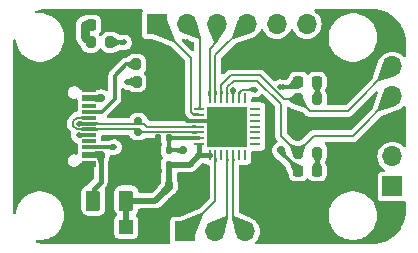
<source format=gtl>
%TF.GenerationSoftware,KiCad,Pcbnew,8.0.6*%
%TF.CreationDate,2024-11-25T12:43:08+08:00*%
%TF.ProjectId,UINIO-USB-UART-CP2102,55494e49-4f2d-4555-9342-2d554152542d,Version 5.0.0*%
%TF.SameCoordinates,PX8203930PY518daf8*%
%TF.FileFunction,Copper,L1,Top*%
%TF.FilePolarity,Positive*%
%FSLAX46Y46*%
G04 Gerber Fmt 4.6, Leading zero omitted, Abs format (unit mm)*
G04 Created by KiCad (PCBNEW 8.0.6) date 2024-11-25 12:43:08*
%MOMM*%
%LPD*%
G01*
G04 APERTURE LIST*
G04 Aperture macros list*
%AMRoundRect*
0 Rectangle with rounded corners*
0 $1 Rounding radius*
0 $2 $3 $4 $5 $6 $7 $8 $9 X,Y pos of 4 corners*
0 Add a 4 corners polygon primitive as box body*
4,1,4,$2,$3,$4,$5,$6,$7,$8,$9,$2,$3,0*
0 Add four circle primitives for the rounded corners*
1,1,$1+$1,$2,$3*
1,1,$1+$1,$4,$5*
1,1,$1+$1,$6,$7*
1,1,$1+$1,$8,$9*
0 Add four rect primitives between the rounded corners*
20,1,$1+$1,$2,$3,$4,$5,0*
20,1,$1+$1,$4,$5,$6,$7,0*
20,1,$1+$1,$6,$7,$8,$9,0*
20,1,$1+$1,$8,$9,$2,$3,0*%
G04 Aperture macros list end*
%TA.AperFunction,SMDPad,CuDef*%
%ADD10RoundRect,0.250000X0.375000X0.625000X-0.375000X0.625000X-0.375000X-0.625000X0.375000X-0.625000X0*%
%TD*%
%TA.AperFunction,SMDPad,CuDef*%
%ADD11R,1.200000X1.200000*%
%TD*%
%TA.AperFunction,SMDPad,CuDef*%
%ADD12RoundRect,0.140000X0.140000X0.170000X-0.140000X0.170000X-0.140000X-0.170000X0.140000X-0.170000X0*%
%TD*%
%TA.AperFunction,SMDPad,CuDef*%
%ADD13RoundRect,0.150000X0.200000X-0.150000X0.200000X0.150000X-0.200000X0.150000X-0.200000X-0.150000X0*%
%TD*%
%TA.AperFunction,SMDPad,CuDef*%
%ADD14RoundRect,0.150000X-0.200000X0.150000X-0.200000X-0.150000X0.200000X-0.150000X0.200000X0.150000X0*%
%TD*%
%TA.AperFunction,SMDPad,CuDef*%
%ADD15RoundRect,0.200000X0.200000X0.275000X-0.200000X0.275000X-0.200000X-0.275000X0.200000X-0.275000X0*%
%TD*%
%TA.AperFunction,SMDPad,CuDef*%
%ADD16RoundRect,0.218750X0.218750X0.256250X-0.218750X0.256250X-0.218750X-0.256250X0.218750X-0.256250X0*%
%TD*%
%TA.AperFunction,SMDPad,CuDef*%
%ADD17R,1.150000X0.300000*%
%TD*%
%TA.AperFunction,SMDPad,CuDef*%
%ADD18R,1.150000X0.600000*%
%TD*%
%TA.AperFunction,ComponentPad*%
%ADD19O,1.900000X1.000000*%
%TD*%
%TA.AperFunction,ComponentPad*%
%ADD20O,2.100000X1.000000*%
%TD*%
%TA.AperFunction,SMDPad,CuDef*%
%ADD21R,3.350000X3.350000*%
%TD*%
%TA.AperFunction,SMDPad,CuDef*%
%ADD22R,0.280000X0.905000*%
%TD*%
%TA.AperFunction,SMDPad,CuDef*%
%ADD23R,0.905000X0.280000*%
%TD*%
%TA.AperFunction,ComponentPad*%
%ADD24O,1.700000X1.700000*%
%TD*%
%TA.AperFunction,ComponentPad*%
%ADD25R,1.700000X1.700000*%
%TD*%
%TA.AperFunction,SMDPad,CuDef*%
%ADD26RoundRect,0.200000X-0.200000X-0.275000X0.200000X-0.275000X0.200000X0.275000X-0.200000X0.275000X0*%
%TD*%
%TA.AperFunction,ViaPad*%
%ADD27C,0.500000*%
%TD*%
%TA.AperFunction,ViaPad*%
%ADD28C,0.700000*%
%TD*%
%TA.AperFunction,Conductor*%
%ADD29C,0.500000*%
%TD*%
%TA.AperFunction,Conductor*%
%ADD30C,0.300000*%
%TD*%
%TA.AperFunction,Conductor*%
%ADD31C,0.400000*%
%TD*%
%TA.AperFunction,Conductor*%
%ADD32C,0.800000*%
%TD*%
%TA.AperFunction,Conductor*%
%ADD33C,0.200000*%
%TD*%
G04 APERTURE END LIST*
D10*
%TO.P,F1,2*%
%TO.N,/VBUS*%
X3820000Y-16420000D03*
%TO.P,F1,1*%
%TO.N,/CP2102_VDD_5V*%
X6620000Y-16420000D03*
%TD*%
D11*
%TO.P,D6,1,K*%
%TO.N,/CP2102_VDD_5V*%
X6595000Y-18640000D03*
%TO.P,D6,2,A*%
%TO.N,GND*%
X3795000Y-18640000D03*
%TD*%
D12*
%TO.P,C4,1*%
%TO.N,/CP2102_VDD_3.3V*%
X10240000Y-11150000D03*
%TO.P,C4,2*%
%TO.N,GND*%
X9280000Y-11150000D03*
%TD*%
%TO.P,C3,2*%
%TO.N,GND*%
X9280000Y-12180000D03*
%TO.P,C3,1*%
%TO.N,/CP2102_VDD_3.3V*%
X10240000Y-12180000D03*
%TD*%
%TO.P,C2,2*%
%TO.N,GND*%
X9280000Y-14410000D03*
%TO.P,C2,1*%
%TO.N,/CP2102_VDD_5V*%
X10240000Y-14410000D03*
%TD*%
%TO.P,C1,2*%
%TO.N,GND*%
X9280000Y-13370000D03*
%TO.P,C1,1*%
%TO.N,/CP2102_VDD_5V*%
X10240000Y-13370000D03*
%TD*%
D13*
%TO.P,D5,1,A1*%
%TO.N,GND*%
X7630000Y-8320000D03*
%TO.P,D5,2,A2*%
%TO.N,/CP2102_USB_Data_P*%
X7630000Y-9720000D03*
%TD*%
D14*
%TO.P,D1,1,A1*%
%TO.N,GND*%
X7630000Y-11980000D03*
%TO.P,D1,2,A2*%
%TO.N,/CP2102_USB_Data_N*%
X7630000Y-10580000D03*
%TD*%
D15*
%TO.P,R8,1*%
%TO.N,GND*%
X9125000Y-6360000D03*
%TO.P,R8,2*%
%TO.N,Net-(USB2-CC2)*%
X7475000Y-6360000D03*
%TD*%
%TO.P,R7,1*%
%TO.N,GND*%
X9115000Y-4900000D03*
%TO.P,R7,2*%
%TO.N,Net-(USB2-CC1)*%
X7465000Y-4900000D03*
%TD*%
D16*
%TO.P,D2,2,A*%
%TO.N,/CP2102_VDD_3.3V*%
X21182500Y-13920000D03*
%TO.P,D2,1,K*%
%TO.N,Net-(D2-K)*%
X22757500Y-13920000D03*
%TD*%
D17*
%TO.P,USB2,B8,SBU2*%
%TO.N,unconnected-(USB2-SBU2-PadB8)*%
X3462000Y-8400000D03*
%TO.P,USB2,B7,DN2*%
%TO.N,/CP2102_USB_Data_N*%
X3462000Y-9400000D03*
%TO.P,USB2,B6,DP2*%
%TO.N,/CP2102_USB_Data_P*%
X3462000Y-10900000D03*
%TO.P,USB2,B5,CC2*%
%TO.N,Net-(USB2-CC2)*%
X3462000Y-11900000D03*
D18*
%TO.P,USB2,B4A9,VBUS*%
%TO.N,/VBUS*%
X3462000Y-12550000D03*
%TO.P,USB2,B1A12,GND*%
%TO.N,GND*%
X3462000Y-13350000D03*
D17*
%TO.P,USB2,A8,SBU1*%
%TO.N,unconnected-(USB2-SBU1-PadA8)*%
X3462000Y-11400000D03*
%TO.P,USB2,A7,DN1*%
%TO.N,/CP2102_USB_Data_N*%
X3462000Y-10400000D03*
%TO.P,USB2,A6,DP1*%
%TO.N,/CP2102_USB_Data_P*%
X3462000Y-9900000D03*
%TO.P,USB2,A5,CC1*%
%TO.N,Net-(USB2-CC1)*%
X3462000Y-8900000D03*
D18*
%TO.P,USB2,A4B9,VBUS*%
%TO.N,/VBUS*%
X3462000Y-7750000D03*
%TO.P,USB2,A1B12,GND*%
%TO.N,GND*%
X3462000Y-6950000D03*
D19*
%TO.P,USB2,16,GND*%
X-1500000Y-14475000D03*
%TO.P,USB2,15,GND*%
X-1500000Y-5825000D03*
D20*
%TO.P,USB2,14,GND*%
X2700000Y-14475000D03*
%TO.P,USB2,13,GND*%
X2700000Y-5825000D03*
%TD*%
D21*
%TO.P,U1,29,HEAT_TAB*%
%TO.N,GND*%
X15155680Y-10150000D03*
D22*
%TO.P,U1,28,DTR*%
%TO.N,/CP2102_DTR*%
X13655680Y-7773000D03*
%TO.P,U1,27,DSR*%
%TO.N,/CP2102_DSR*%
X14155680Y-7773000D03*
%TO.P,U1,26,TXD*%
%TO.N,/CP2102_TXD*%
X14655680Y-7773000D03*
%TO.P,U1,25,RXD*%
%TO.N,/CP2102_RXD*%
X15155680Y-7773000D03*
%TO.P,U1,24,RTS*%
%TO.N,/CP2102_RTS*%
X15655680Y-7773000D03*
%TO.P,U1,23,CTS*%
%TO.N,/CP2102_CTS*%
X16155680Y-7773000D03*
%TO.P,U1,22,NC*%
%TO.N,unconnected-(U1-NC-Pad22)*%
X16655680Y-7773000D03*
D23*
%TO.P,U1,21,NC*%
%TO.N,unconnected-(U1-NC-Pad21)*%
X17532680Y-8650000D03*
%TO.P,U1,20,NC*%
%TO.N,unconnected-(U1-NC-Pad20)*%
X17532680Y-9150000D03*
%TO.P,U1,19,NC*%
%TO.N,unconnected-(U1-NC-Pad19)*%
X17532680Y-9650000D03*
%TO.P,U1,18,NC*%
%TO.N,unconnected-(U1-NC-Pad18)*%
X17532680Y-10150000D03*
%TO.P,U1,17,NC*%
%TO.N,unconnected-(U1-NC-Pad17)*%
X17532680Y-10650000D03*
%TO.P,U1,16,NC*%
%TO.N,unconnected-(U1-NC-Pad16)*%
X17532680Y-11150000D03*
%TO.P,U1,15,NC*%
%TO.N,unconnected-(U1-NC-Pad15)*%
X17532680Y-11650000D03*
D22*
%TO.P,U1,14,NC*%
%TO.N,unconnected-(U1-NC-Pad14)*%
X16655680Y-12527000D03*
%TO.P,U1,13,NC*%
%TO.N,unconnected-(U1-NC-Pad13)*%
X16155680Y-12527000D03*
%TO.P,U1,12,SUSPEND*%
%TO.N,/CP2102_SUSPEND*%
X15655680Y-12527000D03*
%TO.P,U1,11,\u002ASUSPEND*%
%TO.N,/CP2102_\u002ASUSPEND*%
X15155680Y-12527000D03*
%TO.P,U1,10,NC*%
%TO.N,unconnected-(U1-NC-Pad10)*%
X14655680Y-12527000D03*
%TO.P,U1,9,\u002ARST*%
%TO.N,/CP2102_RST*%
X14155680Y-12527000D03*
%TO.P,U1,8,VBUS*%
%TO.N,/CP2102_VDD_5V*%
X13655680Y-12527000D03*
D23*
%TO.P,U1,7,REGIN*%
X12778680Y-11650000D03*
%TO.P,U1,6,VDD*%
%TO.N,/CP2102_VDD_3.3V*%
X12778680Y-11150000D03*
%TO.P,U1,5,D-*%
%TO.N,/CP2102_USB_Data_N*%
X12778680Y-10650000D03*
%TO.P,U1,4,D+*%
%TO.N,/CP2102_USB_Data_P*%
X12778680Y-10150000D03*
%TO.P,U1,3,GND*%
%TO.N,GND*%
X12778680Y-9650000D03*
%TO.P,U1,2,RI*%
%TO.N,/CP2102_RI*%
X12778680Y-9150000D03*
%TO.P,U1,1,DCD*%
%TO.N,/CP2102_DCD*%
X12778680Y-8650000D03*
%TD*%
D24*
%TO.P,J2,5,Pin_5*%
%TO.N,/CP2102_TXD*%
X29128680Y-5065000D03*
%TO.P,J2,4,Pin_4*%
%TO.N,/CP2102_RXD*%
X29128680Y-7605000D03*
%TO.P,J2,3,Pin_3*%
%TO.N,GND*%
X29128680Y-10145000D03*
%TO.P,J2,2,Pin_2*%
%TO.N,/CP2102_VDD_3.3V*%
X29128680Y-12685000D03*
D25*
%TO.P,J2,1,Pin_1*%
%TO.N,/CP2102_VDD_5V*%
X29128680Y-15225000D03*
%TD*%
D26*
%TO.P,R4,1*%
%TO.N,Net-(D4-A)*%
X3595000Y-3010000D03*
%TO.P,R4,2*%
%TO.N,/CP2102_VDD_3.3V*%
X5245000Y-3010000D03*
%TD*%
%TO.P,R3,1*%
%TO.N,/CP2102_TXD*%
X21145000Y-7850000D03*
%TO.P,R3,2*%
%TO.N,Net-(D3-K)*%
X22795000Y-7850000D03*
%TD*%
D16*
%TO.P,D3,2,A*%
%TO.N,/CP2102_VDD_3.3V*%
X21182500Y-6390000D03*
%TO.P,D3,1,K*%
%TO.N,Net-(D3-K)*%
X22757500Y-6390000D03*
%TD*%
%TO.P,D4,2,A*%
%TO.N,Net-(D4-A)*%
X3632500Y-1545000D03*
%TO.P,D4,1,K*%
%TO.N,GND*%
X5207500Y-1545000D03*
%TD*%
D26*
%TO.P,R2,2*%
%TO.N,Net-(D2-K)*%
X22795000Y-12370000D03*
%TO.P,R2,1*%
%TO.N,/CP2102_RXD*%
X21145000Y-12370000D03*
%TD*%
D25*
%TO.P,J3,1,Pin_1*%
%TO.N,/CP2102_RI*%
X9198680Y-1470000D03*
D24*
%TO.P,J3,2,Pin_2*%
%TO.N,/CP2102_DCD*%
X11738680Y-1470000D03*
%TO.P,J3,3,Pin_3*%
%TO.N,/CP2102_DTR*%
X14278680Y-1470000D03*
%TO.P,J3,4,Pin_4*%
%TO.N,/CP2102_DSR*%
X16818680Y-1470000D03*
%TO.P,J3,5,Pin_5*%
%TO.N,/CP2102_RTS*%
X19358680Y-1470000D03*
%TO.P,J3,6,Pin_6*%
%TO.N,/CP2102_CTS*%
X21898680Y-1470000D03*
%TD*%
D25*
%TO.P,J1,1,Pin_1*%
%TO.N,/CP2102_RST*%
X11580000Y-19030000D03*
D24*
%TO.P,J1,2,Pin_2*%
%TO.N,/CP2102_\u002ASUSPEND*%
X14120000Y-19030000D03*
%TO.P,J1,3,Pin_3*%
%TO.N,/CP2102_SUSPEND*%
X16660000Y-19030000D03*
%TD*%
D27*
%TO.N,GND*%
X11740000Y-2960000D03*
X28860000Y-2350000D03*
X28860000Y-18020000D03*
D28*
%TO.N,/CP2102_VDD_5V*%
X10240707Y-15240000D03*
D27*
%TO.N,GND*%
X15153680Y-10255000D03*
X5740000Y-8940000D03*
X18423680Y-3690000D03*
X15153680Y-11220000D03*
X16163680Y-9280000D03*
X18773680Y-10130000D03*
X16163680Y-10245000D03*
X14133680Y-10235000D03*
D28*
X8643680Y-8330000D03*
D27*
X26420000Y-11350000D03*
X15153680Y-9290000D03*
X16163680Y-11210000D03*
X14133680Y-11200000D03*
X14133680Y-9270000D03*
D28*
%TO.N,/CP2102_VDD_3.3V*%
X19670000Y-12180000D03*
D27*
X6430000Y-3030000D03*
D28*
X11433680Y-12180000D03*
D27*
X19660000Y-6820000D03*
D28*
%TO.N,/VBUS*%
X4450000Y-7760000D03*
X4450000Y-12550000D03*
D27*
%TO.N,/CP2102_RTS*%
X15655680Y-7020000D03*
%TO.N,/CP2102_CTS*%
X17480000Y-7030000D03*
%TO.N,/CP2102_USB_Data_P*%
X2573680Y-9900000D03*
X2573680Y-10900000D03*
%TO.N,Net-(USB2-CC2)*%
X6700000Y-6370000D03*
X5570000Y-11900000D03*
%TO.N,GND*%
X26420000Y-8910000D03*
%TD*%
D29*
%TO.N,/CP2102_VDD_5V*%
X9070000Y-16420000D02*
X6620000Y-16420000D01*
X10240000Y-15250000D02*
X9070000Y-16420000D01*
X10240000Y-13370000D02*
X10240000Y-15250000D01*
D30*
%TO.N,/CP2102_VDD_3.3V*%
X11433680Y-12180000D02*
X10240000Y-12180000D01*
X10240000Y-11150000D02*
X12778680Y-11150000D01*
X10240000Y-12180000D02*
X10240000Y-11150000D01*
D31*
%TO.N,/VBUS*%
X3840000Y-15420000D02*
X3840000Y-16400000D01*
X4450000Y-14810000D02*
X3840000Y-15420000D01*
X4450000Y-12550000D02*
X4450000Y-14810000D01*
D29*
%TO.N,/CP2102_VDD_5V*%
X6620000Y-16420000D02*
X6620000Y-18615000D01*
D30*
%TO.N,/CP2102_VDD_3.3V*%
X6430000Y-3030000D02*
X5265000Y-3030000D01*
D32*
%TO.N,Net-(D4-A)*%
X3135000Y-2550000D02*
X3135000Y-1592500D01*
X3595000Y-3010000D02*
X3135000Y-2550000D01*
D33*
X3182500Y-1545000D02*
X3632500Y-1545000D01*
X3135000Y-1592500D02*
X3182500Y-1545000D01*
D30*
%TO.N,/CP2102_VDD_3.3V*%
X19670000Y-12320000D02*
X21192500Y-13842500D01*
X19670000Y-12180000D02*
X19670000Y-12320000D01*
D33*
%TO.N,/CP2102_RXD*%
X15155680Y-6808000D02*
X15155680Y-7873000D01*
X15693680Y-6270000D02*
X15155680Y-6808000D01*
X21155000Y-12370000D02*
X19720000Y-10935000D01*
X17703680Y-6270000D02*
X15693680Y-6270000D01*
X22480000Y-10970000D02*
X21155000Y-12295000D01*
X25763680Y-10970000D02*
X22480000Y-10970000D01*
X19720000Y-8286320D02*
X17703680Y-6270000D01*
X29128680Y-7605000D02*
X25763680Y-10970000D01*
X19720000Y-10935000D02*
X19720000Y-8286320D01*
%TO.N,/CP2102_USB_Data_P*%
X12099929Y-10150000D02*
X12778680Y-10150000D01*
X8095000Y-9925000D02*
X8345000Y-10175000D01*
X8345000Y-10175000D02*
X12074929Y-10175000D01*
X4349501Y-9925000D02*
X8095000Y-9925000D01*
X4324501Y-9900000D02*
X4349501Y-9925000D01*
X3462000Y-9900000D02*
X4324501Y-9900000D01*
X12074929Y-10175000D02*
X12099929Y-10150000D01*
%TO.N,/CP2102_USB_Data_N*%
X12074929Y-10625000D02*
X12099929Y-10650000D01*
X7425000Y-10375000D02*
X7675000Y-10625000D01*
X12099929Y-10650000D02*
X12778680Y-10650000D01*
X4349501Y-10375000D02*
X7425000Y-10375000D01*
X4324501Y-10400000D02*
X4349501Y-10375000D01*
X3462000Y-10400000D02*
X4324501Y-10400000D01*
X7675000Y-10625000D02*
X12074929Y-10625000D01*
D30*
%TO.N,Net-(USB2-CC2)*%
X6710000Y-6360000D02*
X7475000Y-6360000D01*
D33*
X6700000Y-6370000D02*
X6710000Y-6360000D01*
D30*
%TO.N,GND*%
X11784911Y-9650000D02*
X9125000Y-6990089D01*
X12778680Y-9650000D02*
X11784911Y-9650000D01*
X9125000Y-6990089D02*
X9125000Y-6360000D01*
%TO.N,Net-(USB2-CC1)*%
X5620000Y-5900000D02*
X6620000Y-4900000D01*
X6620000Y-4900000D02*
X7465000Y-4900000D01*
X5620000Y-7800000D02*
X5620000Y-5900000D01*
X4520000Y-8900000D02*
X5620000Y-7800000D01*
X3462000Y-8900000D02*
X4520000Y-8900000D01*
D33*
%TO.N,/CP2102_TXD*%
X22125000Y-8830000D02*
X25363680Y-8830000D01*
X21145000Y-7850000D02*
X22125000Y-8830000D01*
X25363680Y-8830000D02*
X29128680Y-5065000D01*
D31*
%TO.N,/VBUS*%
X4450000Y-12550000D02*
X3462000Y-12550000D01*
X4450000Y-7760000D02*
X3472000Y-7760000D01*
D33*
%TO.N,/CP2102_RST*%
X14155680Y-12527000D02*
X14155680Y-16454320D01*
X14155680Y-16454320D02*
X11580000Y-19030000D01*
%TO.N,Net-(D3-K)*%
X22795000Y-7850000D02*
X22795000Y-6427500D01*
%TO.N,Net-(D2-K)*%
X22806180Y-12371180D02*
X22806180Y-13552500D01*
%TO.N,/CP2102_TXD*%
X19923680Y-7850000D02*
X21145000Y-7850000D01*
X17903680Y-5830000D02*
X19923680Y-7850000D01*
X15453680Y-5830000D02*
X17903680Y-5830000D01*
X14655680Y-7873000D02*
X14655680Y-6628000D01*
X14655680Y-6628000D02*
X15453680Y-5830000D01*
%TO.N,/CP2102_DTR*%
X13655680Y-3554320D02*
X14278680Y-2931320D01*
X14278680Y-2931320D02*
X14278680Y-1470000D01*
X13655680Y-7873000D02*
X13655680Y-3554320D01*
%TO.N,/CP2102_SUSPEND*%
X15655680Y-18025680D02*
X16660000Y-19030000D01*
X15655680Y-12527000D02*
X15655680Y-18025680D01*
%TO.N,/CP2102_\u002ASUSPEND*%
X15155680Y-12527000D02*
X15155680Y-17994320D01*
X15155680Y-17994320D02*
X14120000Y-19030000D01*
%TO.N,/CP2102_DCD*%
X12870000Y-2601320D02*
X11738680Y-1470000D01*
X12870000Y-8658680D02*
X12870000Y-2601320D01*
%TO.N,/CP2102_RI*%
X12080000Y-4351320D02*
X9198680Y-1470000D01*
X12330000Y-9150000D02*
X12080000Y-8900000D01*
X12080000Y-8900000D02*
X12080000Y-4351320D01*
X12778680Y-9150000D02*
X12330000Y-9150000D01*
%TO.N,/CP2102_CTS*%
X16155680Y-7274320D02*
X16155680Y-7873000D01*
X16400000Y-7030000D02*
X16155680Y-7274320D01*
X17480000Y-7030000D02*
X16400000Y-7030000D01*
%TO.N,/CP2102_RTS*%
X15655680Y-7020000D02*
X15655680Y-7873000D01*
D31*
%TO.N,GND*%
X-1500000Y-14475000D02*
X2758680Y-14475000D01*
X2758680Y-14475000D02*
X3462000Y-13771680D01*
X2768680Y-5835000D02*
X3462000Y-6528320D01*
X3462000Y-6528320D02*
X3462000Y-6960000D01*
D30*
X12778680Y-9650000D02*
X14655680Y-9650000D01*
D31*
X3462000Y-13771680D02*
X3462000Y-13360000D01*
X-1506320Y-5835000D02*
X-1506320Y-14468680D01*
X2700000Y-5835000D02*
X-1506320Y-5835000D01*
D30*
%TO.N,/CP2102_VDD_3.3V*%
X19660000Y-6820000D02*
X21176180Y-6820000D01*
D33*
%TO.N,/CP2102_DSR*%
X14155680Y-7873000D02*
X14155680Y-4133000D01*
X14155680Y-4133000D02*
X16818680Y-1470000D01*
%TO.N,/CP2102_USB_Data_P*%
X2573680Y-10900000D02*
X3462000Y-10900000D01*
X3462000Y-9900000D02*
X2573680Y-9900000D01*
%TO.N,/CP2102_USB_Data_N*%
X3462000Y-10400000D02*
X2437283Y-10400000D01*
X2437283Y-9400000D02*
X3462000Y-9400000D01*
X2123680Y-9713603D02*
X2437283Y-9400000D01*
X2123680Y-10086397D02*
X2123680Y-9713603D01*
X2437283Y-10400000D02*
X2123680Y-10086397D01*
D30*
%TO.N,Net-(USB2-CC2)*%
X5560000Y-11900000D02*
X5570000Y-11910000D01*
X3472000Y-11900000D02*
X5560000Y-11900000D01*
D31*
%TO.N,/CP2102_VDD_5V*%
X12778680Y-12601320D02*
X12778680Y-11750000D01*
X12778680Y-12601320D02*
X12853000Y-12527000D01*
X12853000Y-12527000D02*
X13655680Y-12527000D01*
D29*
X12010000Y-13370000D02*
X12778680Y-12601320D01*
X10240000Y-13370000D02*
X12010000Y-13370000D01*
%TD*%
%TA.AperFunction,Conductor*%
%TO.N,GND*%
G36*
X7977624Y-220185D02*
G01*
X8023379Y-272989D01*
X8033323Y-342147D01*
X8021070Y-380795D01*
X7963032Y-494698D01*
X7948180Y-588475D01*
X7948180Y-2351517D01*
X7956312Y-2402860D01*
X7963034Y-2445304D01*
X8020630Y-2558342D01*
X8020632Y-2558344D01*
X8020634Y-2558347D01*
X8110332Y-2648045D01*
X8110334Y-2648046D01*
X8110338Y-2648050D01*
X8212994Y-2700356D01*
X8223378Y-2705647D01*
X8317155Y-2720499D01*
X8317161Y-2720500D01*
X8734636Y-2720499D01*
X8779465Y-2728886D01*
X9296011Y-2929179D01*
X10339898Y-3333952D01*
X10382749Y-3361883D01*
X11543181Y-4522315D01*
X11576666Y-4583638D01*
X11579500Y-4609996D01*
X11579500Y-8834108D01*
X11579500Y-8965892D01*
X11588505Y-8999500D01*
X11613608Y-9093187D01*
X11636579Y-9132973D01*
X11679500Y-9207314D01*
X11679502Y-9207316D01*
X11872446Y-9400260D01*
X11877296Y-9405394D01*
X11878670Y-9406935D01*
X11882469Y-9410432D01*
X11886161Y-9413975D01*
X11935005Y-9462819D01*
X11968490Y-9524142D01*
X11963506Y-9593834D01*
X11921634Y-9649767D01*
X11856170Y-9674184D01*
X11847324Y-9674500D01*
X8603676Y-9674500D01*
X8536637Y-9654815D01*
X8515999Y-9638185D01*
X8407516Y-9529702D01*
X8374032Y-9468379D01*
X8372082Y-9456802D01*
X8369877Y-9438438D01*
X8369877Y-9438436D01*
X8314361Y-9297658D01*
X8314360Y-9297657D01*
X8314360Y-9297656D01*
X8222922Y-9177077D01*
X8102343Y-9085639D01*
X7961561Y-9030122D01*
X7915926Y-9024642D01*
X7873102Y-9019500D01*
X7386898Y-9019500D01*
X7347853Y-9024188D01*
X7298438Y-9030122D01*
X7157656Y-9085639D01*
X7037077Y-9177077D01*
X6945640Y-9297655D01*
X6945639Y-9297658D01*
X6926578Y-9345991D01*
X6883674Y-9401134D01*
X6817766Y-9424327D01*
X6811225Y-9424500D01*
X5073387Y-9424500D01*
X5006348Y-9404815D01*
X4960593Y-9352011D01*
X4950649Y-9282853D01*
X4979674Y-9219297D01*
X4985706Y-9212819D01*
X5515565Y-8682960D01*
X6060510Y-8138015D01*
X6132984Y-8012485D01*
X6158633Y-7916762D01*
X6170500Y-7872475D01*
X6170500Y-7031867D01*
X6190185Y-6964828D01*
X6242989Y-6919073D01*
X6312147Y-6909129D01*
X6352122Y-6922069D01*
X6467635Y-6982696D01*
X6539444Y-7000395D01*
X6621014Y-7020500D01*
X6752740Y-7020500D01*
X6819779Y-7040185D01*
X6839848Y-7058651D01*
X6840967Y-7057532D01*
X6846711Y-7063275D01*
X6846714Y-7063278D01*
X6846718Y-7063282D01*
X6972159Y-7159536D01*
X7118238Y-7220044D01*
X7235639Y-7235500D01*
X7714360Y-7235499D01*
X7714363Y-7235499D01*
X7831753Y-7220046D01*
X7831757Y-7220044D01*
X7831762Y-7220044D01*
X7977841Y-7159536D01*
X8103282Y-7063282D01*
X8199536Y-6937841D01*
X8260044Y-6791762D01*
X8275500Y-6674361D01*
X8275499Y-6045640D01*
X8275499Y-6045636D01*
X8260046Y-5928246D01*
X8260044Y-5928241D01*
X8260044Y-5928238D01*
X8199536Y-5782159D01*
X8199535Y-5782158D01*
X8199535Y-5782157D01*
X8135703Y-5698970D01*
X8110509Y-5633801D01*
X8124547Y-5565356D01*
X8135703Y-5547998D01*
X8189535Y-5477842D01*
X8189534Y-5477842D01*
X8189536Y-5477841D01*
X8250044Y-5331762D01*
X8265500Y-5214361D01*
X8265499Y-4585640D01*
X8265499Y-4585636D01*
X8250046Y-4468246D01*
X8250044Y-4468241D01*
X8250044Y-4468238D01*
X8189536Y-4322159D01*
X8093282Y-4196718D01*
X7967841Y-4100464D01*
X7927277Y-4083662D01*
X7821762Y-4039956D01*
X7821760Y-4039955D01*
X7704361Y-4024500D01*
X7225636Y-4024500D01*
X7108246Y-4039953D01*
X7108237Y-4039956D01*
X6962158Y-4100464D01*
X6877820Y-4165178D01*
X6862801Y-4175060D01*
X6566675Y-4340455D01*
X6538303Y-4351971D01*
X6407513Y-4387016D01*
X6407512Y-4387017D01*
X6281989Y-4459487D01*
X6281984Y-4459491D01*
X5179491Y-5561983D01*
X5179487Y-5561988D01*
X5109076Y-5683946D01*
X5107017Y-5687511D01*
X5107015Y-5687516D01*
X5069500Y-5827525D01*
X5069500Y-7038539D01*
X5049815Y-7105578D01*
X4997011Y-7151333D01*
X4927853Y-7161277D01*
X4879528Y-7143533D01*
X4777692Y-7079545D01*
X4777691Y-7079544D01*
X4777690Y-7079544D01*
X4731196Y-7063275D01*
X4618056Y-7023685D01*
X4450003Y-7004751D01*
X4449997Y-7004751D01*
X4281941Y-7023686D01*
X4281938Y-7023687D01*
X4244996Y-7036613D01*
X4224937Y-7041444D01*
X4224945Y-7041481D01*
X4223278Y-7041844D01*
X4220867Y-7042425D01*
X4220182Y-7042518D01*
X4160572Y-7055508D01*
X4114777Y-7056825D01*
X4068520Y-7049500D01*
X2855482Y-7049500D01*
X2804772Y-7057532D01*
X2783695Y-7060869D01*
X2714403Y-7051914D01*
X2660952Y-7006917D01*
X2656920Y-7000408D01*
X2620505Y-6937335D01*
X2522665Y-6839495D01*
X2522664Y-6839494D01*
X2522661Y-6839492D01*
X2402838Y-6770313D01*
X2402837Y-6770312D01*
X2402836Y-6770312D01*
X2269183Y-6734500D01*
X2130817Y-6734500D01*
X1997164Y-6770312D01*
X1997161Y-6770313D01*
X1877338Y-6839492D01*
X1877333Y-6839496D01*
X1779496Y-6937333D01*
X1779492Y-6937338D01*
X1710313Y-7057161D01*
X1710312Y-7057164D01*
X1674500Y-7190817D01*
X1674500Y-7329183D01*
X1694875Y-7405222D01*
X1710312Y-7462835D01*
X1710313Y-7462838D01*
X1779492Y-7582661D01*
X1779494Y-7582664D01*
X1779495Y-7582665D01*
X1877335Y-7680505D01*
X1877336Y-7680506D01*
X1877338Y-7680507D01*
X1937249Y-7715096D01*
X1997164Y-7749688D01*
X2130817Y-7785500D01*
X2130819Y-7785500D01*
X2269179Y-7785500D01*
X2269183Y-7785500D01*
X2330410Y-7769094D01*
X2400255Y-7770757D01*
X2458118Y-7809919D01*
X2485623Y-7874147D01*
X2486500Y-7888868D01*
X2486500Y-8081519D01*
X2494274Y-8130606D01*
X2494273Y-8169397D01*
X2486500Y-8218475D01*
X2486500Y-8581519D01*
X2494274Y-8630606D01*
X2494273Y-8669397D01*
X2486500Y-8718475D01*
X2486500Y-8775600D01*
X2466815Y-8842639D01*
X2414011Y-8888394D01*
X2378692Y-8898538D01*
X2371396Y-8899498D01*
X2244095Y-8933608D01*
X2129969Y-8999500D01*
X2129966Y-8999502D01*
X1723182Y-9406286D01*
X1723180Y-9406289D01*
X1657288Y-9520415D01*
X1623180Y-9647711D01*
X1623180Y-10152288D01*
X1657288Y-10279584D01*
X1681498Y-10321516D01*
X1723180Y-10393711D01*
X1723182Y-10393713D01*
X1917930Y-10588461D01*
X1951415Y-10649784D01*
X1946431Y-10719476D01*
X1946192Y-10720110D01*
X1937444Y-10743176D01*
X1937442Y-10743185D01*
X1918402Y-10899999D01*
X1918402Y-10900000D01*
X1937442Y-11056818D01*
X1990982Y-11197989D01*
X1993460Y-11204523D01*
X2083197Y-11334530D01*
X2201440Y-11439283D01*
X2306646Y-11494500D01*
X2341315Y-11512696D01*
X2401131Y-11527439D01*
X2461512Y-11562595D01*
X2493301Y-11624814D01*
X2493928Y-11628424D01*
X2494271Y-11630588D01*
X2494273Y-11669397D01*
X2486500Y-11718475D01*
X2486500Y-12081519D01*
X2494274Y-12130606D01*
X2494273Y-12169397D01*
X2486500Y-12218475D01*
X2486500Y-12411130D01*
X2466815Y-12478169D01*
X2414011Y-12523924D01*
X2344853Y-12533868D01*
X2330409Y-12530905D01*
X2269183Y-12514500D01*
X2130817Y-12514500D01*
X1997164Y-12550312D01*
X1997161Y-12550313D01*
X1877338Y-12619492D01*
X1877333Y-12619496D01*
X1779496Y-12717333D01*
X1779492Y-12717338D01*
X1710313Y-12837161D01*
X1710312Y-12837164D01*
X1674500Y-12970817D01*
X1674500Y-13109183D01*
X1709320Y-13239131D01*
X1710312Y-13242835D01*
X1710313Y-13242838D01*
X1779492Y-13362661D01*
X1779494Y-13362663D01*
X1779495Y-13362665D01*
X1877335Y-13460505D01*
X1997164Y-13529688D01*
X2130817Y-13565500D01*
X2130819Y-13565500D01*
X2269181Y-13565500D01*
X2269183Y-13565500D01*
X2402836Y-13529688D01*
X2522665Y-13460505D01*
X2620505Y-13362665D01*
X2656913Y-13299603D01*
X2707479Y-13251389D01*
X2776086Y-13238165D01*
X2783699Y-13239131D01*
X2804868Y-13242483D01*
X2855481Y-13250500D01*
X3725500Y-13250499D01*
X3792539Y-13270183D01*
X3838294Y-13322987D01*
X3849500Y-13374499D01*
X3849500Y-14509902D01*
X3829815Y-14576941D01*
X3813181Y-14597583D01*
X3359481Y-15051282D01*
X3359477Y-15051287D01*
X3321162Y-15117652D01*
X3270595Y-15165868D01*
X3248372Y-15174728D01*
X3184603Y-15193255D01*
X3043137Y-15276917D01*
X3043129Y-15276923D01*
X2926923Y-15393129D01*
X2926917Y-15393137D01*
X2843255Y-15534603D01*
X2843254Y-15534606D01*
X2797402Y-15692426D01*
X2797401Y-15692432D01*
X2794500Y-15729298D01*
X2794500Y-17110701D01*
X2797401Y-17147567D01*
X2797402Y-17147573D01*
X2843254Y-17305393D01*
X2843255Y-17305396D01*
X2926917Y-17446862D01*
X2926923Y-17446870D01*
X3043129Y-17563076D01*
X3043133Y-17563079D01*
X3043135Y-17563081D01*
X3184602Y-17646744D01*
X3210796Y-17654354D01*
X3342426Y-17692597D01*
X3342429Y-17692597D01*
X3342431Y-17692598D01*
X3379306Y-17695500D01*
X3379314Y-17695500D01*
X4260686Y-17695500D01*
X4260694Y-17695500D01*
X4297569Y-17692598D01*
X4297571Y-17692597D01*
X4297573Y-17692597D01*
X4339191Y-17680505D01*
X4455398Y-17646744D01*
X4596865Y-17563081D01*
X4713081Y-17446865D01*
X4796744Y-17305398D01*
X4842598Y-17147569D01*
X4845500Y-17110694D01*
X4845500Y-15729306D01*
X4842598Y-15692431D01*
X4839014Y-15680095D01*
X4796746Y-15534607D01*
X4796744Y-15534603D01*
X4796744Y-15534602D01*
X4763162Y-15477818D01*
X4745980Y-15410098D01*
X4768139Y-15343835D01*
X4782208Y-15327025D01*
X4808506Y-15300728D01*
X4808511Y-15300724D01*
X4818714Y-15290520D01*
X4818716Y-15290520D01*
X4930520Y-15178716D01*
X4992166Y-15071941D01*
X5009577Y-15041785D01*
X5050500Y-14889058D01*
X5050500Y-14730943D01*
X5050500Y-13329970D01*
X5053343Y-13303567D01*
X5167481Y-12779811D01*
X5167481Y-12779800D01*
X5167625Y-12778780D01*
X5168421Y-12775492D01*
X5168479Y-12775229D01*
X5168485Y-12775230D01*
X5173387Y-12754996D01*
X5186313Y-12718059D01*
X5186395Y-12717338D01*
X5196666Y-12626172D01*
X5223732Y-12561758D01*
X5281326Y-12522202D01*
X5344232Y-12518468D01*
X5385314Y-12526695D01*
X5385319Y-12526695D01*
X5389828Y-12527259D01*
X5389811Y-12527391D01*
X5408321Y-12530118D01*
X5491015Y-12550500D01*
X5648985Y-12550500D01*
X5802365Y-12512696D01*
X5866235Y-12479174D01*
X5942240Y-12439283D01*
X6060483Y-12334530D01*
X6150220Y-12204523D01*
X6206237Y-12056818D01*
X6225278Y-11900000D01*
X6222622Y-11878121D01*
X6206237Y-11743181D01*
X6177238Y-11666718D01*
X6150220Y-11595477D01*
X6060483Y-11465470D01*
X5942240Y-11360717D01*
X5942238Y-11360716D01*
X5942237Y-11360715D01*
X5802365Y-11287303D01*
X5648986Y-11249500D01*
X5648985Y-11249500D01*
X5491015Y-11249500D01*
X5491014Y-11249500D01*
X5408378Y-11269867D01*
X5390124Y-11272460D01*
X5390156Y-11272724D01*
X5385321Y-11273302D01*
X5016880Y-11347086D01*
X4992532Y-11349500D01*
X4561499Y-11349500D01*
X4494460Y-11329815D01*
X4448705Y-11277011D01*
X4437499Y-11225500D01*
X4437499Y-11218479D01*
X4433791Y-11195075D01*
X4429725Y-11169396D01*
X4429725Y-11130605D01*
X4437500Y-11081519D01*
X4437500Y-10999500D01*
X4457185Y-10932461D01*
X4509989Y-10886706D01*
X4561500Y-10875500D01*
X6811225Y-10875500D01*
X6878264Y-10895185D01*
X6924019Y-10947989D01*
X6926570Y-10953988D01*
X6936230Y-10978482D01*
X6945640Y-11002344D01*
X7037077Y-11122922D01*
X7157656Y-11214360D01*
X7157657Y-11214360D01*
X7157658Y-11214361D01*
X7298436Y-11269877D01*
X7386898Y-11280500D01*
X7386903Y-11280500D01*
X7873097Y-11280500D01*
X7873102Y-11280500D01*
X7961564Y-11269877D01*
X8102342Y-11214361D01*
X8161632Y-11169400D01*
X8186297Y-11150696D01*
X8251608Y-11125873D01*
X8261222Y-11125500D01*
X9435500Y-11125500D01*
X9502539Y-11145185D01*
X9548294Y-11197989D01*
X9559500Y-11249500D01*
X9559500Y-11362320D01*
X9566355Y-11419401D01*
X9569930Y-11449175D01*
X9624436Y-11587392D01*
X9624437Y-11587394D01*
X9626470Y-11590075D01*
X9627566Y-11592958D01*
X9628594Y-11594787D01*
X9628319Y-11594941D01*
X9651293Y-11655387D01*
X9636865Y-11723750D01*
X9626470Y-11739925D01*
X9624437Y-11742605D01*
X9624436Y-11742607D01*
X9569930Y-11880824D01*
X9569930Y-11880826D01*
X9559500Y-11967680D01*
X9559500Y-12392320D01*
X9561759Y-12411130D01*
X9569930Y-12479175D01*
X9624436Y-12617392D01*
X9624437Y-12617394D01*
X9687135Y-12700075D01*
X9711958Y-12765387D01*
X9697530Y-12833751D01*
X9687135Y-12849925D01*
X9624437Y-12932605D01*
X9624436Y-12932607D01*
X9569930Y-13070824D01*
X9569930Y-13070826D01*
X9559500Y-13157680D01*
X9559500Y-13582320D01*
X9563225Y-13613337D01*
X9569930Y-13669175D01*
X9580854Y-13696875D01*
X9589500Y-13742366D01*
X9589500Y-14037634D01*
X9580854Y-14083124D01*
X9569930Y-14110824D01*
X9569930Y-14110826D01*
X9559500Y-14197680D01*
X9559500Y-14622320D01*
X9561818Y-14641619D01*
X9561472Y-14673821D01*
X9526943Y-14917189D01*
X9504073Y-14973227D01*
X9253813Y-15313571D01*
X9253814Y-15313572D01*
X9252054Y-15315970D01*
X9239770Y-15330282D01*
X8836873Y-15733181D01*
X8775550Y-15766666D01*
X8749192Y-15769500D01*
X7758090Y-15769500D01*
X7691051Y-15749815D01*
X7645296Y-15697011D01*
X7639014Y-15680095D01*
X7630125Y-15649500D01*
X7596744Y-15534602D01*
X7513081Y-15393135D01*
X7513079Y-15393133D01*
X7513076Y-15393129D01*
X7396870Y-15276923D01*
X7396862Y-15276917D01*
X7255396Y-15193255D01*
X7255393Y-15193254D01*
X7097573Y-15147402D01*
X7097567Y-15147401D01*
X7060701Y-15144500D01*
X7060694Y-15144500D01*
X6179306Y-15144500D01*
X6179298Y-15144500D01*
X6142432Y-15147401D01*
X6142426Y-15147402D01*
X5984606Y-15193254D01*
X5984603Y-15193255D01*
X5843137Y-15276917D01*
X5843129Y-15276923D01*
X5726923Y-15393129D01*
X5726917Y-15393137D01*
X5643255Y-15534603D01*
X5643254Y-15534606D01*
X5597402Y-15692426D01*
X5597401Y-15692432D01*
X5594500Y-15729298D01*
X5594500Y-17110701D01*
X5597401Y-17147567D01*
X5597402Y-17147573D01*
X5643254Y-17305393D01*
X5643255Y-17305396D01*
X5726917Y-17446862D01*
X5726923Y-17446870D01*
X5791882Y-17511829D01*
X5825367Y-17573152D01*
X5820383Y-17642844D01*
X5778511Y-17698777D01*
X5760497Y-17709994D01*
X5756659Y-17711949D01*
X5756652Y-17711954D01*
X5666954Y-17801652D01*
X5666951Y-17801657D01*
X5666950Y-17801658D01*
X5647751Y-17839337D01*
X5609352Y-17914698D01*
X5594500Y-18008475D01*
X5594500Y-19271517D01*
X5598773Y-19298494D01*
X5609354Y-19365304D01*
X5666950Y-19478342D01*
X5666952Y-19478344D01*
X5666954Y-19478347D01*
X5756652Y-19568045D01*
X5756654Y-19568046D01*
X5756658Y-19568050D01*
X5869694Y-19625645D01*
X5869698Y-19625647D01*
X5963475Y-19640499D01*
X5963481Y-19640500D01*
X7226518Y-19640499D01*
X7320304Y-19625646D01*
X7433342Y-19568050D01*
X7523050Y-19478342D01*
X7580646Y-19365304D01*
X7580646Y-19365302D01*
X7580647Y-19365301D01*
X7595499Y-19271524D01*
X7595500Y-19271519D01*
X7595499Y-18008482D01*
X7580646Y-17914696D01*
X7523050Y-17801658D01*
X7523046Y-17801654D01*
X7523045Y-17801652D01*
X7428351Y-17706958D01*
X7394866Y-17645635D01*
X7399850Y-17575943D01*
X7428351Y-17531596D01*
X7513076Y-17446870D01*
X7513081Y-17446865D01*
X7596744Y-17305398D01*
X7639014Y-17159904D01*
X7676620Y-17101019D01*
X7740092Y-17071813D01*
X7758090Y-17070500D01*
X9134071Y-17070500D01*
X9218615Y-17053682D01*
X9259744Y-17045501D01*
X9378127Y-16996465D01*
X9484669Y-16925277D01*
X10161991Y-16247953D01*
X10178617Y-16234519D01*
X10178542Y-16234420D01*
X10182194Y-16231628D01*
X10182358Y-16231497D01*
X10182394Y-16231472D01*
X10182416Y-16231461D01*
X10682300Y-15849494D01*
X10691607Y-15843036D01*
X10711597Y-15830477D01*
X10722088Y-15819985D01*
X10731270Y-15811680D01*
X10744342Y-15800998D01*
X10745487Y-15799998D01*
X10786331Y-15758819D01*
X10786337Y-15758808D01*
X10790720Y-15753243D01*
X10791196Y-15753618D01*
X10801526Y-15740546D01*
X10831184Y-15710890D01*
X10921163Y-15567690D01*
X10977020Y-15408059D01*
X10977020Y-15408058D01*
X10977021Y-15408056D01*
X10995956Y-15240002D01*
X10995956Y-15239999D01*
X10990787Y-15194129D01*
X10990019Y-15178484D01*
X10990155Y-15168917D01*
X10980241Y-15100028D01*
X10979767Y-15096327D01*
X10977020Y-15071941D01*
X10977019Y-15071937D01*
X10975929Y-15067163D01*
X10974083Y-15057227D01*
X10971861Y-15041784D01*
X10918735Y-14672596D01*
X10918357Y-14640160D01*
X10920500Y-14622320D01*
X10920500Y-14197680D01*
X10915889Y-14159282D01*
X10927441Y-14090375D01*
X10974414Y-14038651D01*
X11039005Y-14020500D01*
X12074071Y-14020500D01*
X12158615Y-14003682D01*
X12199744Y-13995501D01*
X12318127Y-13946465D01*
X12349077Y-13925785D01*
X12424669Y-13875277D01*
X13047185Y-13252759D01*
X13108508Y-13219275D01*
X13178199Y-13224259D01*
X13222547Y-13252760D01*
X13277332Y-13307545D01*
X13277334Y-13307546D01*
X13277338Y-13307550D01*
X13376073Y-13357858D01*
X13390378Y-13365147D01*
X13484155Y-13379999D01*
X13484161Y-13380000D01*
X13531180Y-13379999D01*
X13598217Y-13399682D01*
X13643973Y-13452485D01*
X13655180Y-13503999D01*
X13655180Y-16195643D01*
X13635495Y-16262682D01*
X13618861Y-16283324D01*
X12764069Y-17138115D01*
X12721217Y-17166047D01*
X11160783Y-17771113D01*
X11115954Y-17779500D01*
X10698482Y-17779500D01*
X10617519Y-17792323D01*
X10604696Y-17794354D01*
X10491658Y-17851950D01*
X10491657Y-17851951D01*
X10491652Y-17851954D01*
X10401954Y-17941652D01*
X10401951Y-17941657D01*
X10401950Y-17941658D01*
X10382751Y-17979337D01*
X10344352Y-18054698D01*
X10329500Y-18148475D01*
X10329500Y-19911518D01*
X10336562Y-19956104D01*
X10327606Y-20025397D01*
X10282609Y-20078848D01*
X10215857Y-20099487D01*
X10214088Y-20099500D01*
X-187839Y-20099500D01*
X-194792Y-20099305D01*
X-497814Y-20082287D01*
X-511632Y-20080730D01*
X-807400Y-20030477D01*
X-820956Y-20027383D01*
X-988183Y-19979206D01*
X-1047153Y-19941732D01*
X-1076502Y-19878325D01*
X-1066912Y-19809117D01*
X-1021427Y-19756080D01*
X-954489Y-19736054D01*
X-936971Y-19737207D01*
X-840259Y-19750500D01*
X-840258Y-19750500D01*
X-559741Y-19750500D01*
X-529781Y-19746381D01*
X-281839Y-19712303D01*
X-11725Y-19636620D01*
X245568Y-19524862D01*
X485246Y-19379111D01*
X702845Y-19202081D01*
X894312Y-18997069D01*
X1056081Y-18767896D01*
X1185136Y-18518830D01*
X1279075Y-18254511D01*
X1279076Y-18254504D01*
X1279078Y-18254499D01*
X1320597Y-18054696D01*
X1336148Y-17979862D01*
X1355291Y-17700000D01*
X1336316Y-17422591D01*
X1336148Y-17420137D01*
X1336147Y-17420135D01*
X1279078Y-17145500D01*
X1279073Y-17145483D01*
X1210717Y-16953149D01*
X1185136Y-16881170D01*
X1056081Y-16632104D01*
X894312Y-16402931D01*
X894307Y-16402925D01*
X702845Y-16197919D01*
X485242Y-16020886D01*
X245566Y-15875136D01*
X-11724Y-15763380D01*
X-281834Y-15687698D01*
X-281838Y-15687697D01*
X-281839Y-15687697D01*
X-420791Y-15668598D01*
X-559741Y-15649500D01*
X-559742Y-15649500D01*
X-840258Y-15649500D01*
X-840259Y-15649500D01*
X-1118161Y-15687697D01*
X-1118167Y-15687698D01*
X-1388277Y-15763380D01*
X-1645567Y-15875136D01*
X-1885243Y-16020886D01*
X-2102846Y-16197919D01*
X-2294308Y-16402925D01*
X-2294308Y-16402926D01*
X-2294311Y-16402928D01*
X-2294312Y-16402931D01*
X-2345536Y-16475499D01*
X-2456081Y-16632103D01*
X-2585137Y-16881171D01*
X-2679074Y-17145483D01*
X-2679079Y-17145500D01*
X-2736148Y-17420135D01*
X-2736150Y-17420145D01*
X-2736421Y-17424114D01*
X-2760641Y-17489651D01*
X-2816449Y-17531690D01*
X-2886125Y-17536884D01*
X-2947549Y-17503583D01*
X-2981218Y-17442360D01*
X-2983935Y-17422599D01*
X-2990625Y-17303471D01*
X-2990820Y-17296519D01*
X-2990820Y-3003480D01*
X-2990625Y-2996528D01*
X-2986843Y-2929179D01*
X-2984244Y-2882897D01*
X-2960832Y-2817068D01*
X-2905545Y-2774346D01*
X-2835938Y-2768296D01*
X-2774110Y-2800838D01*
X-2739690Y-2861642D01*
X-2736728Y-2881385D01*
X-2736148Y-2889864D01*
X-2679079Y-3164499D01*
X-2679074Y-3164516D01*
X-2600386Y-3385921D01*
X-2585136Y-3428830D01*
X-2456081Y-3677896D01*
X-2294312Y-3907069D01*
X-2294308Y-3907073D01*
X-2294308Y-3907074D01*
X-2110951Y-4103402D01*
X-2102845Y-4112081D01*
X-1885246Y-4289111D01*
X-1885244Y-4289112D01*
X-1885243Y-4289113D01*
X-1645567Y-4434863D01*
X-1444231Y-4522315D01*
X-1388275Y-4546620D01*
X-1118161Y-4622303D01*
X-873841Y-4655884D01*
X-840259Y-4660500D01*
X-840258Y-4660500D01*
X-559741Y-4660500D01*
X-529781Y-4656381D01*
X-281839Y-4622303D01*
X-11725Y-4546620D01*
X197100Y-4455914D01*
X245566Y-4434863D01*
X324246Y-4387017D01*
X485246Y-4289111D01*
X702845Y-4112081D01*
X894312Y-3907069D01*
X1056081Y-3677896D01*
X1185136Y-3428830D01*
X1279075Y-3164511D01*
X1279076Y-3164504D01*
X1279078Y-3164499D01*
X1313261Y-3000000D01*
X1336148Y-2889862D01*
X1355291Y-2610000D01*
X1336148Y-2330138D01*
X1311279Y-2210463D01*
X1279078Y-2055500D01*
X1279073Y-2055483D01*
X1222052Y-1895041D01*
X1185136Y-1791170D01*
X1056081Y-1542104D01*
X1035998Y-1513653D01*
X2334500Y-1513653D01*
X2334500Y-2628846D01*
X2365261Y-2783489D01*
X2365264Y-2783501D01*
X2425602Y-2929172D01*
X2425609Y-2929185D01*
X2513210Y-3060288D01*
X2513213Y-3060292D01*
X2767347Y-3314425D01*
X2800832Y-3375748D01*
X2802604Y-3385916D01*
X2809956Y-3441762D01*
X2870464Y-3587841D01*
X2966718Y-3713282D01*
X3092159Y-3809536D01*
X3238238Y-3870044D01*
X3355639Y-3885500D01*
X3834360Y-3885499D01*
X3834363Y-3885499D01*
X3951753Y-3870046D01*
X3951757Y-3870044D01*
X3951762Y-3870044D01*
X4097841Y-3809536D01*
X4223282Y-3713282D01*
X4319536Y-3587841D01*
X4319535Y-3587841D01*
X4321624Y-3585120D01*
X4378052Y-3543917D01*
X4447798Y-3539762D01*
X4508718Y-3573974D01*
X4518376Y-3585120D01*
X4591563Y-3680500D01*
X4616718Y-3713282D01*
X4742159Y-3809536D01*
X4888238Y-3870044D01*
X5005639Y-3885500D01*
X5484360Y-3885499D01*
X5484363Y-3885499D01*
X5601753Y-3870046D01*
X5601757Y-3870044D01*
X5601762Y-3870044D01*
X5747841Y-3809536D01*
X5800823Y-3768880D01*
X5818522Y-3757544D01*
X6035906Y-3643072D01*
X6104396Y-3629255D01*
X6118026Y-3631204D01*
X6245314Y-3656695D01*
X6245327Y-3656695D01*
X6249828Y-3657259D01*
X6249811Y-3657391D01*
X6268321Y-3660118D01*
X6351015Y-3680500D01*
X6508985Y-3680500D01*
X6662365Y-3642696D01*
X6700730Y-3622560D01*
X6802240Y-3569283D01*
X6920483Y-3464530D01*
X7010220Y-3334523D01*
X7066237Y-3186818D01*
X7085278Y-3030000D01*
X7073277Y-2931157D01*
X7066237Y-2873181D01*
X7044956Y-2817068D01*
X7010220Y-2725477D01*
X6920483Y-2595470D01*
X6802240Y-2490717D01*
X6802238Y-2490716D01*
X6802237Y-2490715D01*
X6662365Y-2417303D01*
X6508986Y-2379500D01*
X6508985Y-2379500D01*
X6351015Y-2379500D01*
X6351014Y-2379500D01*
X6268378Y-2399867D01*
X6250125Y-2402460D01*
X6250157Y-2402724D01*
X6245318Y-2403303D01*
X6135150Y-2425364D01*
X6065550Y-2419226D01*
X6047694Y-2410517D01*
X5883575Y-2313482D01*
X5871198Y-2305119D01*
X5747842Y-2210464D01*
X5601762Y-2149956D01*
X5601760Y-2149955D01*
X5484361Y-2134500D01*
X5005636Y-2134500D01*
X4888246Y-2149953D01*
X4888237Y-2149956D01*
X4742160Y-2210463D01*
X4616718Y-2306718D01*
X4518376Y-2434880D01*
X4461947Y-2476082D01*
X4392201Y-2480237D01*
X4331281Y-2446024D01*
X4321626Y-2434881D01*
X4288724Y-2392004D01*
X4263528Y-2326836D01*
X4277565Y-2258391D01*
X4299418Y-2228834D01*
X4344438Y-2183814D01*
X4344443Y-2183809D01*
X4424087Y-2049139D01*
X4467737Y-1898892D01*
X4470500Y-1863787D01*
X4470499Y-1226214D01*
X4467737Y-1191108D01*
X4424087Y-1040861D01*
X4372069Y-952903D01*
X4344445Y-906194D01*
X4344438Y-906185D01*
X4233814Y-795561D01*
X4233805Y-795554D01*
X4099139Y-715913D01*
X3948892Y-672263D01*
X3948891Y-672262D01*
X3948888Y-672262D01*
X3917402Y-669784D01*
X3913787Y-669500D01*
X3913786Y-669500D01*
X3351224Y-669500D01*
X3351202Y-669501D01*
X3316112Y-672262D01*
X3316111Y-672262D01*
X3165860Y-715913D01*
X3045796Y-786919D01*
X3006867Y-801804D01*
X2901508Y-822761D01*
X2901498Y-822764D01*
X2755827Y-883102D01*
X2755814Y-883109D01*
X2624711Y-970710D01*
X2624707Y-970713D01*
X2513213Y-1082207D01*
X2513210Y-1082211D01*
X2425609Y-1213314D01*
X2425602Y-1213327D01*
X2365264Y-1358998D01*
X2365261Y-1359010D01*
X2334500Y-1513653D01*
X1035998Y-1513653D01*
X894312Y-1312931D01*
X894307Y-1312925D01*
X702845Y-1107919D01*
X626763Y-1046022D01*
X485246Y-930889D01*
X485244Y-930888D01*
X485242Y-930886D01*
X245566Y-785136D01*
X-11724Y-673380D01*
X-281834Y-597698D01*
X-281838Y-597697D01*
X-281839Y-597697D01*
X-472123Y-571543D01*
X-559741Y-559500D01*
X-559742Y-559500D01*
X-840258Y-559500D01*
X-840260Y-559500D01*
X-1003352Y-581916D01*
X-1072447Y-571543D01*
X-1124966Y-525461D01*
X-1144234Y-458301D01*
X-1124133Y-391385D01*
X-1071046Y-345959D01*
X-1054576Y-339921D01*
X-820951Y-272614D01*
X-807405Y-269523D01*
X-511620Y-219267D01*
X-497826Y-217713D01*
X-194792Y-200695D01*
X-187839Y-200500D01*
X-151438Y-200500D01*
X7910585Y-200500D01*
X7977624Y-220185D01*
G37*
%TD.AperFunction*%
%TA.AperFunction,Conductor*%
G36*
X18162058Y-7436322D02*
G01*
X18165498Y-7439632D01*
X19183181Y-8457315D01*
X19216666Y-8518638D01*
X19219500Y-8544996D01*
X19219500Y-11000891D01*
X19253608Y-11128187D01*
X19255002Y-11130601D01*
X19319500Y-11242314D01*
X19319502Y-11242316D01*
X19376958Y-11299772D01*
X19410443Y-11361095D01*
X19405459Y-11430787D01*
X19363587Y-11486720D01*
X19343082Y-11499171D01*
X19342309Y-11499543D01*
X19199115Y-11589518D01*
X19199109Y-11589523D01*
X19079523Y-11709109D01*
X19079518Y-11709115D01*
X18989547Y-11852302D01*
X18989545Y-11852305D01*
X18933685Y-12011943D01*
X18914751Y-12179997D01*
X18914751Y-12180002D01*
X18933685Y-12348056D01*
X18989545Y-12507694D01*
X18989547Y-12507697D01*
X19079518Y-12650884D01*
X19079520Y-12650886D01*
X19079523Y-12650890D01*
X19199110Y-12770477D01*
X19228943Y-12789222D01*
X19236806Y-12794596D01*
X19725365Y-13156837D01*
X19726920Y-13157985D01*
X19726923Y-13157986D01*
X19729160Y-13159638D01*
X19743189Y-13171714D01*
X20055612Y-13484137D01*
X20082984Y-13525570D01*
X20303389Y-14073881D01*
X20303389Y-14073882D01*
X20335553Y-14153899D01*
X20344500Y-14200143D01*
X20344500Y-14238774D01*
X20344501Y-14238798D01*
X20347262Y-14273887D01*
X20347262Y-14273888D01*
X20390913Y-14424139D01*
X20470554Y-14558805D01*
X20470561Y-14558814D01*
X20581185Y-14669438D01*
X20581194Y-14669445D01*
X20629124Y-14697791D01*
X20715861Y-14749087D01*
X20866108Y-14792737D01*
X20901213Y-14795500D01*
X21463786Y-14795499D01*
X21498892Y-14792737D01*
X21649139Y-14749087D01*
X21783809Y-14669443D01*
X21830939Y-14622313D01*
X21882319Y-14570934D01*
X21943642Y-14537449D01*
X22013334Y-14542433D01*
X22057681Y-14570934D01*
X22156185Y-14669438D01*
X22156194Y-14669445D01*
X22204124Y-14697791D01*
X22290861Y-14749087D01*
X22441108Y-14792737D01*
X22476213Y-14795500D01*
X23038786Y-14795499D01*
X23073892Y-14792737D01*
X23224139Y-14749087D01*
X23358809Y-14669443D01*
X23469443Y-14558809D01*
X23549087Y-14424139D01*
X23592737Y-14273892D01*
X23595500Y-14238787D01*
X23595499Y-13601214D01*
X23592737Y-13566108D01*
X23549087Y-13415861D01*
X23549084Y-13415857D01*
X23547307Y-13411749D01*
X23541111Y-13398911D01*
X23540626Y-13397644D01*
X23540621Y-13397627D01*
X23444921Y-13196313D01*
X23433918Y-13127318D01*
X23447015Y-13085644D01*
X23513125Y-12959158D01*
X23515611Y-12954637D01*
X23519528Y-12947850D01*
X23519536Y-12947841D01*
X23519540Y-12947829D01*
X23519694Y-12947564D01*
X23523986Y-12938379D01*
X23534980Y-12917345D01*
X23534983Y-12917340D01*
X23555135Y-12862181D01*
X23557007Y-12857374D01*
X23580044Y-12801762D01*
X23595500Y-12684361D01*
X23595499Y-12055640D01*
X23595499Y-12055636D01*
X23580046Y-11938246D01*
X23580044Y-11938241D01*
X23580044Y-11938238D01*
X23519536Y-11792159D01*
X23425787Y-11669983D01*
X23400595Y-11604818D01*
X23414633Y-11536373D01*
X23463447Y-11486383D01*
X23524165Y-11470500D01*
X25829570Y-11470500D01*
X25829572Y-11470500D01*
X25956866Y-11436392D01*
X26070994Y-11370500D01*
X28185264Y-9256228D01*
X28233588Y-9226321D01*
X29532062Y-8791764D01*
X29539284Y-8789591D01*
X29558010Y-8784575D01*
X29563694Y-8781923D01*
X29574737Y-8777407D01*
X29583848Y-8774184D01*
X29584601Y-8773903D01*
X29596651Y-8768613D01*
X29626519Y-8755502D01*
X29626519Y-8755501D01*
X29626523Y-8755500D01*
X29628009Y-8754422D01*
X29648392Y-8742427D01*
X29756319Y-8692102D01*
X29935557Y-8566598D01*
X30056499Y-8445656D01*
X30117822Y-8412171D01*
X30187514Y-8417155D01*
X30243447Y-8459027D01*
X30267864Y-8524491D01*
X30268180Y-8533337D01*
X30268180Y-11756662D01*
X30248495Y-11823701D01*
X30195691Y-11869456D01*
X30126533Y-11879400D01*
X30062977Y-11850375D01*
X30056499Y-11844344D01*
X30004314Y-11792159D01*
X29935557Y-11723402D01*
X29756319Y-11597898D01*
X29756320Y-11597898D01*
X29756318Y-11597897D01*
X29605219Y-11527439D01*
X29558010Y-11505425D01*
X29558006Y-11505424D01*
X29558002Y-11505422D01*
X29346657Y-11448793D01*
X29128682Y-11429723D01*
X29128678Y-11429723D01*
X29019394Y-11439284D01*
X28910703Y-11448793D01*
X28910700Y-11448793D01*
X28699357Y-11505422D01*
X28699348Y-11505426D01*
X28501041Y-11597898D01*
X28501037Y-11597900D01*
X28321801Y-11723402D01*
X28167082Y-11878121D01*
X28041580Y-12057357D01*
X28041578Y-12057361D01*
X27949106Y-12255668D01*
X27949102Y-12255677D01*
X27892473Y-12467020D01*
X27892473Y-12467024D01*
X27873403Y-12684997D01*
X27873403Y-12685002D01*
X27892473Y-12902975D01*
X27892473Y-12902979D01*
X27949102Y-13114322D01*
X27949104Y-13114326D01*
X27949105Y-13114330D01*
X27970723Y-13160690D01*
X28041577Y-13312638D01*
X28041578Y-13312639D01*
X28167082Y-13491877D01*
X28321803Y-13646598D01*
X28467943Y-13748926D01*
X28511567Y-13803502D01*
X28518761Y-13873000D01*
X28487238Y-13935355D01*
X28427008Y-13970769D01*
X28396820Y-13974500D01*
X28247162Y-13974500D01*
X28166199Y-13987323D01*
X28153376Y-13989354D01*
X28040338Y-14046950D01*
X28040337Y-14046951D01*
X28040332Y-14046954D01*
X27950634Y-14136652D01*
X27950631Y-14136657D01*
X27893032Y-14249698D01*
X27878180Y-14343475D01*
X27878180Y-16106517D01*
X27885146Y-16150500D01*
X27893034Y-16200304D01*
X27950630Y-16313342D01*
X27950632Y-16313344D01*
X27950634Y-16313347D01*
X28040332Y-16403045D01*
X28040334Y-16403046D01*
X28040338Y-16403050D01*
X28125472Y-16446428D01*
X28153378Y-16460647D01*
X28247155Y-16475499D01*
X28247161Y-16475500D01*
X30010198Y-16475499D01*
X30103984Y-16460646D01*
X30103991Y-16460642D01*
X30105853Y-16460038D01*
X30108254Y-16459969D01*
X30113623Y-16459119D01*
X30113732Y-16459812D01*
X30175694Y-16458038D01*
X30235530Y-16494114D01*
X30266362Y-16556812D01*
X30268180Y-16577966D01*
X30268180Y-17296519D01*
X30267985Y-17303472D01*
X30250967Y-17606493D01*
X30249410Y-17620311D01*
X30199157Y-17916079D01*
X30196063Y-17929636D01*
X30113007Y-18217927D01*
X30108414Y-18231051D01*
X29993607Y-18508222D01*
X29987574Y-18520751D01*
X29842452Y-18783328D01*
X29835054Y-18795102D01*
X29661443Y-19039785D01*
X29652772Y-19050657D01*
X29452864Y-19274352D01*
X29443032Y-19284184D01*
X29219337Y-19484092D01*
X29208465Y-19492763D01*
X28963782Y-19666374D01*
X28952008Y-19673772D01*
X28689431Y-19818894D01*
X28676902Y-19824927D01*
X28399731Y-19939734D01*
X28386607Y-19944327D01*
X28098316Y-20027383D01*
X28084759Y-20030477D01*
X27788991Y-20080730D01*
X27775173Y-20082287D01*
X27472152Y-20099305D01*
X27465199Y-20099500D01*
X17658337Y-20099500D01*
X17591298Y-20079815D01*
X17545543Y-20027011D01*
X17535599Y-19957853D01*
X17564624Y-19894297D01*
X17570656Y-19887819D01*
X17580150Y-19878325D01*
X17621598Y-19836877D01*
X17747102Y-19657639D01*
X17839575Y-19459330D01*
X17896207Y-19247977D01*
X17913920Y-19045509D01*
X17915277Y-19030002D01*
X17915277Y-19029997D01*
X17911569Y-18987618D01*
X17896207Y-18812023D01*
X17839575Y-18600670D01*
X17747102Y-18402362D01*
X17747100Y-18402359D01*
X17747099Y-18402357D01*
X17621599Y-18223124D01*
X17546950Y-18148475D01*
X17466877Y-18068402D01*
X17287639Y-17942898D01*
X17287638Y-17942897D01*
X17287636Y-17942896D01*
X17157505Y-17882215D01*
X17145903Y-17876036D01*
X17126771Y-17864505D01*
X16721166Y-17700000D01*
X23734709Y-17700000D01*
X23753851Y-17979862D01*
X23753852Y-17979864D01*
X23810921Y-18254499D01*
X23810926Y-18254516D01*
X23901094Y-18508222D01*
X23904864Y-18518830D01*
X24033919Y-18767896D01*
X24195688Y-18997069D01*
X24195692Y-18997073D01*
X24195692Y-18997074D01*
X24387154Y-19202080D01*
X24387155Y-19202081D01*
X24604754Y-19379111D01*
X24604756Y-19379112D01*
X24604757Y-19379113D01*
X24844433Y-19524863D01*
X25053257Y-19615567D01*
X25101725Y-19636620D01*
X25371839Y-19712303D01*
X25616159Y-19745884D01*
X25649741Y-19750500D01*
X25649742Y-19750500D01*
X25930259Y-19750500D01*
X25960219Y-19746381D01*
X26208161Y-19712303D01*
X26478275Y-19636620D01*
X26735568Y-19524862D01*
X26975246Y-19379111D01*
X27192845Y-19202081D01*
X27384312Y-18997069D01*
X27546081Y-18767896D01*
X27675136Y-18518830D01*
X27769075Y-18254511D01*
X27769076Y-18254504D01*
X27769078Y-18254499D01*
X27810597Y-18054696D01*
X27826148Y-17979862D01*
X27845291Y-17700000D01*
X27826316Y-17422591D01*
X27826148Y-17420137D01*
X27826147Y-17420135D01*
X27769078Y-17145500D01*
X27769073Y-17145483D01*
X27700717Y-16953149D01*
X27675136Y-16881170D01*
X27546081Y-16632104D01*
X27384312Y-16402931D01*
X27384307Y-16402925D01*
X27192845Y-16197919D01*
X26975242Y-16020886D01*
X26735566Y-15875136D01*
X26478276Y-15763380D01*
X26208166Y-15687698D01*
X26208162Y-15687697D01*
X26208161Y-15687697D01*
X26069209Y-15668598D01*
X25930259Y-15649500D01*
X25930258Y-15649500D01*
X25649742Y-15649500D01*
X25649741Y-15649500D01*
X25371839Y-15687697D01*
X25371833Y-15687698D01*
X25101723Y-15763380D01*
X24844433Y-15875136D01*
X24604757Y-16020886D01*
X24387154Y-16197919D01*
X24195692Y-16402925D01*
X24195692Y-16402926D01*
X24195689Y-16402928D01*
X24195688Y-16402931D01*
X24144464Y-16475499D01*
X24033919Y-16632103D01*
X23904863Y-16881171D01*
X23810926Y-17145483D01*
X23810921Y-17145500D01*
X23753852Y-17420135D01*
X23753851Y-17420137D01*
X23734709Y-17700000D01*
X16721166Y-17700000D01*
X16233575Y-17502243D01*
X16178849Y-17458805D01*
X16156295Y-17392676D01*
X16156180Y-17387334D01*
X16156180Y-13503999D01*
X16175865Y-13436960D01*
X16228669Y-13391205D01*
X16280180Y-13379999D01*
X16327201Y-13379999D01*
X16349660Y-13376441D01*
X16386283Y-13370641D01*
X16425074Y-13370641D01*
X16484161Y-13380000D01*
X16827198Y-13379999D01*
X16920984Y-13365146D01*
X17034022Y-13307550D01*
X17123730Y-13217842D01*
X17181326Y-13104804D01*
X17181326Y-13104802D01*
X17181327Y-13104801D01*
X17196179Y-13011024D01*
X17196180Y-13011019D01*
X17196179Y-12314498D01*
X17215863Y-12247460D01*
X17268667Y-12201705D01*
X17320179Y-12190499D01*
X18016697Y-12190499D01*
X18016698Y-12190499D01*
X18110484Y-12175646D01*
X18223522Y-12118050D01*
X18313230Y-12028342D01*
X18370826Y-11915304D01*
X18370826Y-11915302D01*
X18370827Y-11915301D01*
X18385679Y-11821524D01*
X18385680Y-11821519D01*
X18385679Y-11478482D01*
X18383618Y-11465471D01*
X18379864Y-11441769D01*
X18376321Y-11419396D01*
X18376321Y-11380605D01*
X18385680Y-11321519D01*
X18385679Y-10978482D01*
X18385678Y-10978476D01*
X18381803Y-10954010D01*
X18376321Y-10919396D01*
X18376321Y-10880605D01*
X18385680Y-10821519D01*
X18385679Y-10478482D01*
X18385678Y-10478476D01*
X18378504Y-10433181D01*
X18376321Y-10419396D01*
X18376321Y-10380605D01*
X18385680Y-10321519D01*
X18385679Y-9978482D01*
X18385678Y-9978476D01*
X18382006Y-9955293D01*
X18376321Y-9919396D01*
X18376321Y-9880605D01*
X18385680Y-9821519D01*
X18385679Y-9478482D01*
X18385678Y-9478476D01*
X18382006Y-9455293D01*
X18376321Y-9419396D01*
X18376321Y-9380605D01*
X18385680Y-9321519D01*
X18385679Y-8978482D01*
X18385678Y-8978476D01*
X18380810Y-8947740D01*
X18376321Y-8919396D01*
X18376321Y-8880605D01*
X18385680Y-8821519D01*
X18385679Y-8478482D01*
X18370826Y-8384696D01*
X18313230Y-8271658D01*
X18313226Y-8271654D01*
X18313225Y-8271652D01*
X18223527Y-8181954D01*
X18223524Y-8181952D01*
X18223522Y-8181950D01*
X18137291Y-8138013D01*
X18110481Y-8124352D01*
X18016704Y-8109500D01*
X18016699Y-8109500D01*
X17320179Y-8109500D01*
X17253140Y-8089815D01*
X17207385Y-8037011D01*
X17196179Y-7985500D01*
X17196179Y-7788286D01*
X17215864Y-7721247D01*
X17268668Y-7675492D01*
X17337826Y-7665548D01*
X17349845Y-7667887D01*
X17401013Y-7680499D01*
X17401014Y-7680500D01*
X17401015Y-7680500D01*
X17558985Y-7680500D01*
X17712365Y-7642696D01*
X17743667Y-7626267D01*
X17852240Y-7569283D01*
X17970483Y-7464530D01*
X17975765Y-7456877D01*
X18030043Y-7412885D01*
X18099491Y-7405222D01*
X18162058Y-7436322D01*
G37*
%TD.AperFunction*%
%TA.AperFunction,Conductor*%
G36*
X13984161Y-8626000D02*
G01*
X14327198Y-8625999D01*
X14327200Y-8625999D01*
X14344345Y-8623283D01*
X14386283Y-8616641D01*
X14425074Y-8616641D01*
X14484161Y-8626000D01*
X14827198Y-8625999D01*
X14827200Y-8625999D01*
X14844345Y-8623283D01*
X14886283Y-8616641D01*
X14925074Y-8616641D01*
X14984161Y-8626000D01*
X15327198Y-8625999D01*
X15327200Y-8625999D01*
X15344345Y-8623283D01*
X15386283Y-8616641D01*
X15425074Y-8616641D01*
X15484161Y-8626000D01*
X15827198Y-8625999D01*
X15827200Y-8625999D01*
X15844345Y-8623283D01*
X15886283Y-8616641D01*
X15925074Y-8616641D01*
X15984161Y-8626000D01*
X16327198Y-8625999D01*
X16327200Y-8625999D01*
X16344345Y-8623283D01*
X16386283Y-8616641D01*
X16425074Y-8616641D01*
X16484161Y-8626000D01*
X16555680Y-8625999D01*
X16622718Y-8645683D01*
X16668474Y-8698486D01*
X16679680Y-8749997D01*
X16679680Y-8821519D01*
X16689038Y-8880605D01*
X16689037Y-8919398D01*
X16679680Y-8978476D01*
X16679680Y-9321519D01*
X16689038Y-9380605D01*
X16689037Y-9419398D01*
X16679680Y-9478476D01*
X16679680Y-9821519D01*
X16689038Y-9880605D01*
X16689037Y-9919398D01*
X16679680Y-9978476D01*
X16679680Y-10321519D01*
X16689038Y-10380605D01*
X16689037Y-10419398D01*
X16679680Y-10478476D01*
X16679680Y-10821519D01*
X16689038Y-10880605D01*
X16689037Y-10919398D01*
X16679680Y-10978476D01*
X16679680Y-11321519D01*
X16689038Y-11380605D01*
X16689037Y-11419398D01*
X16679680Y-11478475D01*
X16679680Y-11550000D01*
X16659995Y-11617039D01*
X16607191Y-11662794D01*
X16555682Y-11674000D01*
X16484160Y-11674000D01*
X16425074Y-11683358D01*
X16386281Y-11683357D01*
X16327204Y-11674000D01*
X15984161Y-11674000D01*
X15925074Y-11683358D01*
X15886281Y-11683357D01*
X15827204Y-11674000D01*
X15484161Y-11674000D01*
X15425074Y-11683358D01*
X15386281Y-11683357D01*
X15327204Y-11674000D01*
X14984161Y-11674000D01*
X14925074Y-11683358D01*
X14886281Y-11683357D01*
X14827204Y-11674000D01*
X14484161Y-11674000D01*
X14425074Y-11683358D01*
X14386281Y-11683357D01*
X14327204Y-11674000D01*
X13984161Y-11674000D01*
X13925074Y-11683358D01*
X13886281Y-11683357D01*
X13827204Y-11674000D01*
X13827199Y-11674000D01*
X13755679Y-11674000D01*
X13688640Y-11654315D01*
X13642885Y-11601511D01*
X13631679Y-11550000D01*
X13631679Y-11478479D01*
X13625864Y-11441769D01*
X13622321Y-11419396D01*
X13622321Y-11380605D01*
X13631680Y-11321519D01*
X13631679Y-10978482D01*
X13631678Y-10978476D01*
X13627803Y-10954010D01*
X13622321Y-10919396D01*
X13622321Y-10880605D01*
X13631680Y-10821519D01*
X13631679Y-10478482D01*
X13631678Y-10478476D01*
X13624504Y-10433181D01*
X13622321Y-10419396D01*
X13622321Y-10380605D01*
X13631680Y-10321519D01*
X13631679Y-9978482D01*
X13616826Y-9884696D01*
X13559230Y-9771658D01*
X13559227Y-9771655D01*
X13559226Y-9771653D01*
X13525254Y-9737682D01*
X13491768Y-9676360D01*
X13496752Y-9606668D01*
X13525254Y-9562318D01*
X13559226Y-9528346D01*
X13559230Y-9528342D01*
X13616826Y-9415304D01*
X13616826Y-9415302D01*
X13616827Y-9415301D01*
X13628672Y-9340510D01*
X13631680Y-9321519D01*
X13631679Y-8978482D01*
X13631678Y-8978476D01*
X13626810Y-8947740D01*
X13622321Y-8919396D01*
X13622321Y-8880605D01*
X13631680Y-8821519D01*
X13631680Y-8749999D01*
X13651365Y-8682960D01*
X13704169Y-8637205D01*
X13755680Y-8625999D01*
X13827201Y-8625999D01*
X13849660Y-8622441D01*
X13886283Y-8616641D01*
X13925074Y-8616641D01*
X13984161Y-8626000D01*
G37*
%TD.AperFunction*%
%TA.AperFunction,Conductor*%
G36*
X27822251Y-7181756D02*
G01*
X27878184Y-7223628D01*
X27902601Y-7289092D01*
X27896507Y-7337291D01*
X27507355Y-8500090D01*
X27477446Y-8548418D01*
X25592685Y-10433181D01*
X25531362Y-10466666D01*
X25505004Y-10469500D01*
X22414108Y-10469500D01*
X22286812Y-10503608D01*
X22172686Y-10569500D01*
X22172683Y-10569502D01*
X21499638Y-11242546D01*
X21461255Y-11268644D01*
X21166801Y-11396225D01*
X21097462Y-11404816D01*
X21073427Y-11398348D01*
X20804141Y-11295943D01*
X20760536Y-11267722D01*
X20256819Y-10764005D01*
X20223334Y-10702682D01*
X20220500Y-10676324D01*
X20220500Y-8587092D01*
X20240185Y-8520053D01*
X20292989Y-8474298D01*
X20362147Y-8464354D01*
X20413534Y-8484086D01*
X20513037Y-8550777D01*
X20519453Y-8555380D01*
X20642159Y-8649536D01*
X20788238Y-8710044D01*
X20905639Y-8725500D01*
X20945822Y-8725499D01*
X20988933Y-8733233D01*
X21227031Y-8821518D01*
X21490355Y-8919156D01*
X21534926Y-8947740D01*
X21720160Y-9132973D01*
X21720169Y-9132983D01*
X21724499Y-9137313D01*
X21724500Y-9137314D01*
X21817686Y-9230500D01*
X21914819Y-9286580D01*
X21931814Y-9296392D01*
X22059107Y-9330500D01*
X22059108Y-9330500D01*
X22059109Y-9330500D01*
X25429570Y-9330500D01*
X25429572Y-9330500D01*
X25556866Y-9296392D01*
X25670994Y-9230500D01*
X27691236Y-7210256D01*
X27752559Y-7176772D01*
X27822251Y-7181756D01*
G37*
%TD.AperFunction*%
%TA.AperFunction,Conductor*%
G36*
X27472152Y-200695D02*
G01*
X27775183Y-217713D01*
X27788981Y-219267D01*
X28084760Y-269522D01*
X28098314Y-272615D01*
X28160132Y-290425D01*
X28386607Y-355672D01*
X28399731Y-360265D01*
X28676902Y-475072D01*
X28689424Y-481101D01*
X28831275Y-559500D01*
X28952008Y-626227D01*
X28963782Y-633625D01*
X29019812Y-673380D01*
X29208469Y-807239D01*
X29219333Y-815904D01*
X29248939Y-842361D01*
X29443032Y-1015815D01*
X29452864Y-1025647D01*
X29652772Y-1249342D01*
X29661443Y-1260214D01*
X29835054Y-1504897D01*
X29842452Y-1516671D01*
X29987574Y-1779248D01*
X29993607Y-1791777D01*
X30108414Y-2068948D01*
X30113007Y-2082072D01*
X30196063Y-2370363D01*
X30199157Y-2383920D01*
X30249410Y-2679688D01*
X30250967Y-2693506D01*
X30267985Y-2996527D01*
X30268180Y-3003480D01*
X30268180Y-4136662D01*
X30248495Y-4203701D01*
X30195691Y-4249456D01*
X30126533Y-4259400D01*
X30062977Y-4230375D01*
X30056499Y-4224344D01*
X29997333Y-4165178D01*
X29935557Y-4103402D01*
X29756319Y-3977898D01*
X29756320Y-3977898D01*
X29756318Y-3977897D01*
X29657164Y-3931661D01*
X29558010Y-3885425D01*
X29558006Y-3885424D01*
X29558002Y-3885422D01*
X29346657Y-3828793D01*
X29128682Y-3809723D01*
X29128678Y-3809723D01*
X28983362Y-3822436D01*
X28910703Y-3828793D01*
X28910700Y-3828793D01*
X28699357Y-3885422D01*
X28699348Y-3885426D01*
X28501041Y-3977898D01*
X28501037Y-3977900D01*
X28321801Y-4103402D01*
X28167082Y-4258121D01*
X28041578Y-4437360D01*
X28041577Y-4437362D01*
X27957807Y-4617007D01*
X27955417Y-4621854D01*
X27954866Y-4622911D01*
X27953789Y-4625448D01*
X27952048Y-4629356D01*
X27949107Y-4635662D01*
X27949101Y-4635678D01*
X27944090Y-4654378D01*
X27941908Y-4661628D01*
X27507355Y-5960090D01*
X27477446Y-6008418D01*
X25192685Y-8293181D01*
X25131362Y-8326666D01*
X25105004Y-8329500D01*
X23715154Y-8329500D01*
X23648115Y-8309815D01*
X23602360Y-8257011D01*
X23592215Y-8189315D01*
X23593184Y-8181950D01*
X23595500Y-8164361D01*
X23595499Y-7535640D01*
X23595499Y-7535639D01*
X23595499Y-7535636D01*
X23580046Y-7418246D01*
X23580044Y-7418241D01*
X23580044Y-7418238D01*
X23545689Y-7335299D01*
X23544377Y-7332131D01*
X23542084Y-7326163D01*
X23531605Y-7296647D01*
X23531605Y-7296646D01*
X23526663Y-7287562D01*
X23521031Y-7275769D01*
X23519536Y-7272159D01*
X23519534Y-7272156D01*
X23517584Y-7268780D01*
X23510592Y-7258021D01*
X23474031Y-7190817D01*
X23467452Y-7178724D01*
X23452707Y-7110430D01*
X23465243Y-7064467D01*
X23465830Y-7063282D01*
X23537626Y-6918210D01*
X23537626Y-6918207D01*
X23539287Y-6914159D01*
X23539665Y-6914314D01*
X23547959Y-6896044D01*
X23549087Y-6894139D01*
X23592737Y-6743892D01*
X23595500Y-6708787D01*
X23595499Y-6071214D01*
X23592737Y-6036108D01*
X23549087Y-5885861D01*
X23469443Y-5751191D01*
X23469441Y-5751189D01*
X23469438Y-5751185D01*
X23358814Y-5640561D01*
X23358805Y-5640554D01*
X23224139Y-5560913D01*
X23179684Y-5547998D01*
X23073892Y-5517263D01*
X23073891Y-5517262D01*
X23073888Y-5517262D01*
X23042402Y-5514784D01*
X23038787Y-5514500D01*
X23038786Y-5514500D01*
X22476224Y-5514500D01*
X22476202Y-5514501D01*
X22441112Y-5517262D01*
X22441111Y-5517262D01*
X22290860Y-5560913D01*
X22156194Y-5640554D01*
X22156185Y-5640561D01*
X22057681Y-5739066D01*
X21996358Y-5772551D01*
X21926666Y-5767567D01*
X21882319Y-5739066D01*
X21783814Y-5640561D01*
X21783805Y-5640554D01*
X21649139Y-5560913D01*
X21604684Y-5547998D01*
X21498892Y-5517263D01*
X21498891Y-5517262D01*
X21498888Y-5517262D01*
X21467402Y-5514784D01*
X21463787Y-5514500D01*
X21463786Y-5514500D01*
X20901224Y-5514500D01*
X20901202Y-5514501D01*
X20866112Y-5517262D01*
X20866111Y-5517262D01*
X20715860Y-5560913D01*
X20581194Y-5640554D01*
X20581185Y-5640561D01*
X20470561Y-5751185D01*
X20470554Y-5751194D01*
X20390913Y-5885860D01*
X20390911Y-5885866D01*
X20370836Y-5954964D01*
X20356146Y-5987299D01*
X20226597Y-6189348D01*
X20173841Y-6235158D01*
X20104693Y-6245174D01*
X20097863Y-6244004D01*
X19844684Y-6193304D01*
X19840168Y-6192740D01*
X19840184Y-6192609D01*
X19821670Y-6189879D01*
X19738986Y-6169500D01*
X19738985Y-6169500D01*
X19581015Y-6169500D01*
X19581014Y-6169500D01*
X19427634Y-6207303D01*
X19287761Y-6280715D01*
X19287759Y-6280717D01*
X19255530Y-6309268D01*
X19192296Y-6338987D01*
X19123033Y-6329802D01*
X19085625Y-6304131D01*
X18210996Y-5429502D01*
X18210994Y-5429500D01*
X18153930Y-5396554D01*
X18096867Y-5363608D01*
X18033219Y-5346554D01*
X17969572Y-5329500D01*
X15519572Y-5329500D01*
X15387787Y-5329500D01*
X15387785Y-5329500D01*
X15346700Y-5340508D01*
X15346701Y-5340509D01*
X15260494Y-5363608D01*
X15260492Y-5363608D01*
X15260492Y-5363609D01*
X15146366Y-5429500D01*
X15146363Y-5429502D01*
X14867861Y-5708005D01*
X14806538Y-5741490D01*
X14736846Y-5736506D01*
X14680913Y-5694634D01*
X14656496Y-5629170D01*
X14656180Y-5620324D01*
X14656180Y-4391675D01*
X14675865Y-4324636D01*
X14692494Y-4303998D01*
X15875264Y-3121228D01*
X15923588Y-3091321D01*
X17222062Y-2656764D01*
X17229284Y-2654591D01*
X17248010Y-2649575D01*
X17253694Y-2646923D01*
X17264737Y-2642407D01*
X17273848Y-2639184D01*
X17274601Y-2638903D01*
X17297520Y-2628842D01*
X17316519Y-2620502D01*
X17316519Y-2620501D01*
X17316523Y-2620500D01*
X17318009Y-2619422D01*
X17338392Y-2607427D01*
X17446319Y-2557102D01*
X17625557Y-2431598D01*
X17780278Y-2276877D01*
X17905782Y-2097639D01*
X17976298Y-1946414D01*
X18022470Y-1893977D01*
X18089664Y-1874825D01*
X18156545Y-1895041D01*
X18201061Y-1946414D01*
X18271578Y-2097639D01*
X18397082Y-2276877D01*
X18551803Y-2431598D01*
X18731041Y-2557102D01*
X18929350Y-2649575D01*
X18929356Y-2649576D01*
X18929357Y-2649577D01*
X18960044Y-2657799D01*
X19140703Y-2706207D01*
X19323606Y-2722208D01*
X19358678Y-2725277D01*
X19358680Y-2725277D01*
X19358682Y-2725277D01*
X19386934Y-2722805D01*
X19576657Y-2706207D01*
X19788010Y-2649575D01*
X19986319Y-2557102D01*
X20165557Y-2431598D01*
X20320278Y-2276877D01*
X20445782Y-2097639D01*
X20516298Y-1946414D01*
X20562470Y-1893977D01*
X20629664Y-1874825D01*
X20696545Y-1895041D01*
X20741061Y-1946414D01*
X20811578Y-2097639D01*
X20937082Y-2276877D01*
X21091803Y-2431598D01*
X21271041Y-2557102D01*
X21469350Y-2649575D01*
X21469356Y-2649576D01*
X21469357Y-2649577D01*
X21500044Y-2657799D01*
X21680703Y-2706207D01*
X21863606Y-2722208D01*
X21898678Y-2725277D01*
X21898680Y-2725277D01*
X21898682Y-2725277D01*
X21926934Y-2722805D01*
X22116657Y-2706207D01*
X22328010Y-2649575D01*
X22412879Y-2610000D01*
X23734709Y-2610000D01*
X23753851Y-2889862D01*
X23753852Y-2889864D01*
X23810921Y-3164499D01*
X23810926Y-3164516D01*
X23889614Y-3385921D01*
X23904864Y-3428830D01*
X24033919Y-3677896D01*
X24195688Y-3907069D01*
X24195692Y-3907073D01*
X24195692Y-3907074D01*
X24379049Y-4103402D01*
X24387155Y-4112081D01*
X24604754Y-4289111D01*
X24604756Y-4289112D01*
X24604757Y-4289113D01*
X24844433Y-4434863D01*
X25045769Y-4522315D01*
X25101725Y-4546620D01*
X25371839Y-4622303D01*
X25616159Y-4655884D01*
X25649741Y-4660500D01*
X25649742Y-4660500D01*
X25930259Y-4660500D01*
X25960219Y-4656381D01*
X26208161Y-4622303D01*
X26478275Y-4546620D01*
X26687100Y-4455914D01*
X26735566Y-4434863D01*
X26814246Y-4387017D01*
X26975246Y-4289111D01*
X27192845Y-4112081D01*
X27384312Y-3907069D01*
X27546081Y-3677896D01*
X27675136Y-3428830D01*
X27769075Y-3164511D01*
X27769076Y-3164504D01*
X27769078Y-3164499D01*
X27803261Y-3000000D01*
X27826148Y-2889862D01*
X27845291Y-2610000D01*
X27826148Y-2330138D01*
X27801279Y-2210463D01*
X27769078Y-2055500D01*
X27769073Y-2055483D01*
X27712052Y-1895041D01*
X27675136Y-1791170D01*
X27546081Y-1542104D01*
X27384312Y-1312931D01*
X27384307Y-1312925D01*
X27192845Y-1107919D01*
X27116763Y-1046022D01*
X26975246Y-930889D01*
X26975244Y-930888D01*
X26975242Y-930886D01*
X26735566Y-785136D01*
X26478276Y-673380D01*
X26208166Y-597698D01*
X26208162Y-597697D01*
X26208161Y-597697D01*
X26017877Y-571543D01*
X25930259Y-559500D01*
X25930258Y-559500D01*
X25649742Y-559500D01*
X25649741Y-559500D01*
X25371839Y-597697D01*
X25371833Y-597698D01*
X25101723Y-673380D01*
X24844433Y-785136D01*
X24604757Y-930886D01*
X24387154Y-1107919D01*
X24195692Y-1312925D01*
X24195692Y-1312926D01*
X24195689Y-1312928D01*
X24195688Y-1312931D01*
X24163170Y-1358998D01*
X24033919Y-1542103D01*
X23904863Y-1791171D01*
X23810926Y-2055483D01*
X23810921Y-2055500D01*
X23753852Y-2330135D01*
X23753851Y-2330137D01*
X23734709Y-2610000D01*
X22412879Y-2610000D01*
X22526319Y-2557102D01*
X22705557Y-2431598D01*
X22860278Y-2276877D01*
X22985782Y-2097639D01*
X23078255Y-1899330D01*
X23134887Y-1687977D01*
X23153957Y-1470000D01*
X23134887Y-1252023D01*
X23084248Y-1063037D01*
X23078257Y-1040677D01*
X23078256Y-1040676D01*
X23078255Y-1040670D01*
X22985782Y-842362D01*
X22985780Y-842359D01*
X22985779Y-842357D01*
X22860279Y-663124D01*
X22785630Y-588475D01*
X22705557Y-508402D01*
X22587979Y-426073D01*
X22544356Y-371498D01*
X22537164Y-301999D01*
X22568686Y-239645D01*
X22628916Y-204231D01*
X22659105Y-200500D01*
X27428798Y-200500D01*
X27465199Y-200500D01*
X27472152Y-200695D01*
G37*
%TD.AperFunction*%
%TA.AperFunction,Conductor*%
G36*
X11468740Y-2700355D02*
G01*
X12284237Y-2968518D01*
X12341770Y-3008158D01*
X12368741Y-3072613D01*
X12369500Y-3086312D01*
X12369500Y-3633644D01*
X12349815Y-3700683D01*
X12297011Y-3746438D01*
X12227853Y-3756382D01*
X12164297Y-3727357D01*
X12157819Y-3721325D01*
X11342326Y-2905832D01*
X11308841Y-2844509D01*
X11313825Y-2774817D01*
X11355697Y-2718884D01*
X11421161Y-2694467D01*
X11468740Y-2700355D01*
G37*
%TD.AperFunction*%
%TD*%
%TA.AperFunction,Conductor*%
%TO.N,/CP2102_VDD_5V*%
G36*
X10001531Y-15000959D02*
G01*
X10002849Y-15002088D01*
X10241414Y-15239293D01*
X10241462Y-15239341D01*
X10478795Y-15478034D01*
X10482198Y-15486316D01*
X10478747Y-15494580D01*
X10477602Y-15495580D01*
X9936217Y-15909256D01*
X9927562Y-15911556D01*
X9920840Y-15908232D01*
X9581633Y-15569025D01*
X9578206Y-15560752D01*
X9580478Y-15553824D01*
X9985175Y-15003453D01*
X9992836Y-14998819D01*
X10001531Y-15000959D01*
G37*
%TD.AperFunction*%
%TD*%
%TA.AperFunction,Conductor*%
%TO.N,/CP2102_VDD_5V*%
G36*
X10488136Y-14543568D02*
G01*
X10491444Y-14550175D01*
X10588789Y-15226672D01*
X10586575Y-15235348D01*
X10578874Y-15239919D01*
X10577241Y-15240038D01*
X10240740Y-15240999D01*
X10240674Y-15240999D01*
X9904145Y-15240038D01*
X9895881Y-15236587D01*
X9892478Y-15228305D01*
X9892593Y-15226704D01*
X9988573Y-14550197D01*
X9993128Y-14542488D01*
X10000157Y-14540141D01*
X10479863Y-14540141D01*
X10488136Y-14543568D01*
G37*
%TD.AperFunction*%
%TD*%
%TA.AperFunction,Conductor*%
%TO.N,/CP2102_VDD_3.3V*%
G36*
X11298514Y-11860601D02*
G01*
X11303824Y-11866428D01*
X11432799Y-12175494D01*
X11432822Y-12184449D01*
X11432799Y-12184506D01*
X11303824Y-12493571D01*
X11297475Y-12499886D01*
X11289600Y-12500252D01*
X10741954Y-12332533D01*
X10735047Y-12326834D01*
X10733680Y-12321346D01*
X10733680Y-12038653D01*
X10737107Y-12030380D01*
X10741954Y-12027466D01*
X11289601Y-11859747D01*
X11298514Y-11860601D01*
G37*
%TD.AperFunction*%
%TD*%
%TA.AperFunction,Conductor*%
%TO.N,/VBUS*%
G36*
X4454478Y-12550868D02*
G01*
X4764354Y-12680181D01*
X4770669Y-12686530D01*
X4771280Y-12693470D01*
X4652007Y-13240791D01*
X4646897Y-13248145D01*
X4640575Y-13250000D01*
X4259425Y-13250000D01*
X4251152Y-13246573D01*
X4247993Y-13240791D01*
X4128719Y-12693470D01*
X4130306Y-12684657D01*
X4135642Y-12680182D01*
X4445494Y-12550879D01*
X4454449Y-12550857D01*
X4454478Y-12550868D01*
G37*
%TD.AperFunction*%
%TD*%
%TA.AperFunction,Conductor*%
%TO.N,/CP2102_VDD_3.3V*%
G36*
X5611462Y-2623670D02*
G01*
X5615109Y-2625827D01*
X6039255Y-2876603D01*
X6044632Y-2883763D01*
X6045000Y-2886674D01*
X6045000Y-3172938D01*
X6041573Y-3181211D01*
X6038751Y-3183290D01*
X5599806Y-3414433D01*
X5590890Y-3415256D01*
X5585441Y-3411659D01*
X5250697Y-3017878D01*
X5247949Y-3009355D01*
X5250993Y-3002386D01*
X5596893Y-2625825D01*
X5605012Y-2622053D01*
X5611462Y-2623670D01*
G37*
%TD.AperFunction*%
%TD*%
%TA.AperFunction,Conductor*%
%TO.N,/CP2102_VDD_3.3V*%
G36*
X6333722Y-2802645D02*
G01*
X6338027Y-2807865D01*
X6429109Y-3025483D01*
X6429142Y-3034438D01*
X6429109Y-3034517D01*
X6338027Y-3252134D01*
X6331671Y-3258443D01*
X6324937Y-3259089D01*
X5939403Y-3181883D01*
X5931963Y-3176899D01*
X5930000Y-3170411D01*
X5930000Y-2889588D01*
X5933427Y-2881315D01*
X5939400Y-2878117D01*
X6324939Y-2800910D01*
X6333722Y-2802645D01*
G37*
%TD.AperFunction*%
%TD*%
%TA.AperFunction,Conductor*%
%TO.N,/CP2102_VDD_3.3V*%
G36*
X20643361Y-13077592D02*
G01*
X21338080Y-13440339D01*
X21343828Y-13447206D01*
X21343728Y-13454519D01*
X21185000Y-13915499D01*
X21179066Y-13922206D01*
X21178050Y-13922643D01*
X20755704Y-14081246D01*
X20746754Y-14080947D01*
X20740735Y-14074657D01*
X20679630Y-13922643D01*
X20426500Y-13292919D01*
X20426594Y-13283966D01*
X20429080Y-13280287D01*
X20629677Y-13079690D01*
X20637949Y-13076264D01*
X20643361Y-13077592D01*
G37*
%TD.AperFunction*%
%TD*%
%TA.AperFunction,Conductor*%
%TO.N,/CP2102_VDD_3.3V*%
G36*
X19990740Y-12050841D02*
G01*
X19997055Y-12057190D01*
X19997329Y-12057926D01*
X20117806Y-12417896D01*
X20184818Y-12618117D01*
X20184194Y-12627050D01*
X20181996Y-12630103D01*
X19982119Y-12829980D01*
X19973846Y-12833407D01*
X19966878Y-12831105D01*
X19433378Y-12435543D01*
X19428773Y-12427863D01*
X19430948Y-12419177D01*
X19432049Y-12417896D01*
X19667629Y-12180965D01*
X19671474Y-12178396D01*
X19981787Y-12050818D01*
X19990740Y-12050841D01*
G37*
%TD.AperFunction*%
%TD*%
%TA.AperFunction,Conductor*%
%TO.N,/CP2102_RXD*%
G36*
X15255128Y-7183927D02*
G01*
X15258105Y-7188986D01*
X15294725Y-7317158D01*
X15294654Y-7323823D01*
X15166859Y-7737788D01*
X15161145Y-7744682D01*
X15152229Y-7745516D01*
X15145335Y-7739802D01*
X15144501Y-7737788D01*
X15143342Y-7734034D01*
X15016704Y-7323820D01*
X15016634Y-7317160D01*
X15053255Y-7188985D01*
X15058823Y-7181972D01*
X15064505Y-7180500D01*
X15246855Y-7180500D01*
X15255128Y-7183927D01*
G37*
%TD.AperFunction*%
%TD*%
%TA.AperFunction,Conductor*%
%TO.N,/CP2102_RXD*%
G36*
X20572486Y-11641680D02*
G01*
X21229405Y-11891496D01*
X21235920Y-11897640D01*
X21236729Y-11904675D01*
X21146919Y-12364499D01*
X21141970Y-12371962D01*
X21139849Y-12373092D01*
X20755664Y-12529548D01*
X20746709Y-12529494D01*
X20740487Y-12523298D01*
X20427087Y-11787681D01*
X20426997Y-11778726D01*
X20429576Y-11774824D01*
X20560057Y-11644343D01*
X20568329Y-11640917D01*
X20572486Y-11641680D01*
G37*
%TD.AperFunction*%
%TD*%
%TA.AperFunction,Conductor*%
%TO.N,/CP2102_RXD*%
G36*
X21708183Y-11611646D02*
G01*
X21838601Y-11742064D01*
X21842028Y-11750337D01*
X21841247Y-11754540D01*
X21549196Y-12513319D01*
X21543026Y-12519809D01*
X21534091Y-12520042D01*
X21150122Y-12372940D01*
X21143623Y-12366780D01*
X21142902Y-12364620D01*
X21037765Y-11904477D01*
X21039263Y-11895649D01*
X21044517Y-11891136D01*
X21695260Y-11609182D01*
X21704212Y-11609039D01*
X21708183Y-11611646D01*
G37*
%TD.AperFunction*%
%TD*%
%TA.AperFunction,Conductor*%
%TO.N,/CP2102_RXD*%
G36*
X28354962Y-7284501D02*
G01*
X29124895Y-7602438D01*
X29131232Y-7608761D01*
X29131242Y-7608785D01*
X29449177Y-8378714D01*
X29449168Y-8387669D01*
X29442829Y-8393994D01*
X29442076Y-8394275D01*
X28004175Y-8875494D01*
X27995242Y-8874870D01*
X27992189Y-8872672D01*
X27861007Y-8741490D01*
X27857580Y-8733217D01*
X27858183Y-8729510D01*
X28339405Y-7291601D01*
X28345279Y-7284845D01*
X28354212Y-7284221D01*
X28354962Y-7284501D01*
G37*
%TD.AperFunction*%
%TD*%
%TA.AperFunction,Conductor*%
%TO.N,/CP2102_USB_Data_P*%
G36*
X12329500Y-10011024D02*
G01*
X12739714Y-10137662D01*
X12743468Y-10138821D01*
X12750362Y-10144535D01*
X12751196Y-10153451D01*
X12745482Y-10160345D01*
X12743468Y-10161179D01*
X12329503Y-10288974D01*
X12322838Y-10289045D01*
X12194666Y-10252424D01*
X12187652Y-10246856D01*
X12186180Y-10241174D01*
X12186180Y-10058825D01*
X12189607Y-10050552D01*
X12194664Y-10047575D01*
X12322840Y-10010954D01*
X12329500Y-10011024D01*
G37*
%TD.AperFunction*%
%TD*%
%TA.AperFunction,Conductor*%
%TO.N,/CP2102_USB_Data_P*%
G36*
X4040287Y-9751095D02*
G01*
X4179000Y-9797333D01*
X4185765Y-9803201D01*
X4187000Y-9808433D01*
X4187000Y-9991566D01*
X4183573Y-9999839D01*
X4179000Y-10002666D01*
X4040290Y-10048903D01*
X4033641Y-10049125D01*
X3504476Y-9911322D01*
X3497334Y-9905921D01*
X3496103Y-9897051D01*
X3501504Y-9889909D01*
X3504476Y-9888678D01*
X4033643Y-9750874D01*
X4040287Y-9751095D01*
G37*
%TD.AperFunction*%
%TD*%
%TA.AperFunction,Conductor*%
%TO.N,/CP2102_USB_Data_N*%
G36*
X12329500Y-10511024D02*
G01*
X12739714Y-10637662D01*
X12743468Y-10638821D01*
X12750362Y-10644535D01*
X12751196Y-10653451D01*
X12745482Y-10660345D01*
X12743468Y-10661179D01*
X12329503Y-10788974D01*
X12322838Y-10789045D01*
X12194666Y-10752424D01*
X12187652Y-10746856D01*
X12186180Y-10741174D01*
X12186180Y-10558825D01*
X12189607Y-10550552D01*
X12194664Y-10547575D01*
X12322840Y-10510954D01*
X12329500Y-10511024D01*
G37*
%TD.AperFunction*%
%TD*%
%TA.AperFunction,Conductor*%
%TO.N,/CP2102_USB_Data_N*%
G36*
X4040287Y-10251095D02*
G01*
X4179000Y-10297333D01*
X4185765Y-10303201D01*
X4187000Y-10308433D01*
X4187000Y-10491566D01*
X4183573Y-10499839D01*
X4179000Y-10502666D01*
X4040290Y-10548903D01*
X4033641Y-10549125D01*
X3504476Y-10411322D01*
X3497334Y-10405921D01*
X3496103Y-10397051D01*
X3501504Y-10389909D01*
X3504476Y-10388678D01*
X4033643Y-10250874D01*
X4040287Y-10251095D01*
G37*
%TD.AperFunction*%
%TD*%
%TA.AperFunction,Conductor*%
%TO.N,Net-(USB2-CC2)*%
G36*
X7126668Y-5971768D02*
G01*
X7468794Y-6351618D01*
X7471784Y-6360059D01*
X7468948Y-6367104D01*
X7133248Y-6755084D01*
X7125243Y-6759098D01*
X7116744Y-6756276D01*
X7116516Y-6756073D01*
X6770903Y-6440886D01*
X6770514Y-6440514D01*
X6639265Y-6309265D01*
X6635838Y-6300992D01*
X6639265Y-6292719D01*
X6640929Y-6291338D01*
X7111377Y-5969936D01*
X7120138Y-5968100D01*
X7126668Y-5971768D01*
G37*
%TD.AperFunction*%
%TD*%
%TA.AperFunction,Conductor*%
%TO.N,Net-(USB2-CC2)*%
G36*
X6713709Y-6122477D02*
G01*
X7188395Y-6208262D01*
X7195924Y-6213104D01*
X7198011Y-6219774D01*
X7198011Y-6500650D01*
X7194584Y-6508923D01*
X7188891Y-6512062D01*
X6805251Y-6598803D01*
X6796426Y-6597285D01*
X6791878Y-6591908D01*
X6699916Y-6372189D01*
X6699009Y-6367627D01*
X6699944Y-6133945D01*
X6703404Y-6125687D01*
X6711691Y-6122293D01*
X6713709Y-6122477D01*
G37*
%TD.AperFunction*%
%TD*%
%TA.AperFunction,Conductor*%
%TO.N,Net-(USB2-CC1)*%
G36*
X7118849Y-4507065D02*
G01*
X7459155Y-4892253D01*
X7462065Y-4900722D01*
X7459155Y-4907747D01*
X7118849Y-5292934D01*
X7110803Y-5296865D01*
X7104376Y-5295402D01*
X6670995Y-5053348D01*
X6665443Y-5046322D01*
X6665000Y-5043133D01*
X6665000Y-4756866D01*
X6668427Y-4748593D01*
X6670991Y-4746653D01*
X7104376Y-4504596D01*
X7113270Y-4503555D01*
X7118849Y-4507065D01*
G37*
%TD.AperFunction*%
%TD*%
%TA.AperFunction,Conductor*%
%TO.N,/CP2102_TXD*%
G36*
X21543335Y-7688704D02*
G01*
X21549569Y-7694848D01*
X21866848Y-8426292D01*
X21866996Y-8435246D01*
X21864387Y-8439221D01*
X21733899Y-8569709D01*
X21725626Y-8573136D01*
X21721558Y-8572406D01*
X21063579Y-8328435D01*
X21057014Y-8322346D01*
X21056151Y-8315291D01*
X21143114Y-7855521D01*
X21148019Y-7848030D01*
X21150147Y-7846882D01*
X21534383Y-7688685D01*
X21543335Y-7688704D01*
G37*
%TD.AperFunction*%
%TD*%
%TA.AperFunction,Conductor*%
%TO.N,/CP2102_TXD*%
G36*
X28354962Y-4744501D02*
G01*
X29124895Y-5062438D01*
X29131232Y-5068761D01*
X29131242Y-5068785D01*
X29449177Y-5838714D01*
X29449168Y-5847669D01*
X29442829Y-5853994D01*
X29442076Y-5854275D01*
X28004175Y-6335494D01*
X27995242Y-6334870D01*
X27992189Y-6332672D01*
X27861007Y-6201490D01*
X27857580Y-6193217D01*
X27858183Y-6189510D01*
X28339405Y-4751601D01*
X28345279Y-4744845D01*
X28354212Y-4744221D01*
X28354962Y-4744501D01*
G37*
%TD.AperFunction*%
%TD*%
%TA.AperFunction,Conductor*%
%TO.N,/VBUS*%
G36*
X4041678Y-12251559D02*
G01*
X4329000Y-12347333D01*
X4335765Y-12353201D01*
X4337000Y-12358433D01*
X4337000Y-12741566D01*
X4333573Y-12749839D01*
X4329000Y-12752666D01*
X4041705Y-12848431D01*
X4032773Y-12847796D01*
X4032600Y-12847708D01*
X3794036Y-12723456D01*
X3480922Y-12560376D01*
X3475169Y-12553516D01*
X3475951Y-12544595D01*
X3480922Y-12539623D01*
X4032601Y-12252290D01*
X4041521Y-12251509D01*
X4041678Y-12251559D01*
G37*
%TD.AperFunction*%
%TD*%
%TA.AperFunction,Conductor*%
%TO.N,/VBUS*%
G36*
X4315342Y-12230306D02*
G01*
X4319818Y-12235645D01*
X4449119Y-12545494D01*
X4449142Y-12554449D01*
X4449119Y-12554506D01*
X4319818Y-12864354D01*
X4313469Y-12870669D01*
X4306529Y-12871280D01*
X3759209Y-12752006D01*
X3751855Y-12746896D01*
X3750000Y-12740574D01*
X3750000Y-12359425D01*
X3753427Y-12351152D01*
X3759208Y-12347993D01*
X4306529Y-12228719D01*
X4315342Y-12230306D01*
G37*
%TD.AperFunction*%
%TD*%
%TA.AperFunction,Conductor*%
%TO.N,/VBUS*%
G36*
X4041645Y-7458157D02*
G01*
X4329115Y-7557281D01*
X4335818Y-7563217D01*
X4337000Y-7568341D01*
X4337000Y-7951294D01*
X4333573Y-7959567D01*
X4328662Y-7962501D01*
X4041551Y-8048634D01*
X4032784Y-8047804D01*
X3481144Y-7760491D01*
X3475390Y-7753630D01*
X3476172Y-7744709D01*
X3481236Y-7739690D01*
X4032573Y-7458810D01*
X4041499Y-7458109D01*
X4041645Y-7458157D01*
G37*
%TD.AperFunction*%
%TD*%
%TA.AperFunction,Conductor*%
%TO.N,/VBUS*%
G36*
X4315342Y-7440306D02*
G01*
X4319818Y-7445645D01*
X4449119Y-7755494D01*
X4449142Y-7764449D01*
X4449119Y-7764506D01*
X4319818Y-8074354D01*
X4313469Y-8080669D01*
X4306529Y-8081280D01*
X3759209Y-7962006D01*
X3751855Y-7956896D01*
X3750000Y-7950574D01*
X3750000Y-7569425D01*
X3753427Y-7561152D01*
X3759208Y-7557993D01*
X4306529Y-7438719D01*
X4315342Y-7440306D01*
G37*
%TD.AperFunction*%
%TD*%
%TA.AperFunction,Conductor*%
%TO.N,/CP2102_RST*%
G36*
X14166025Y-12560197D02*
G01*
X14166859Y-12562211D01*
X14294654Y-12976176D01*
X14294725Y-12982841D01*
X14258105Y-13111014D01*
X14252537Y-13118028D01*
X14246855Y-13119500D01*
X14064505Y-13119500D01*
X14056232Y-13116073D01*
X14053255Y-13111014D01*
X14016634Y-12982839D01*
X14016704Y-12976179D01*
X14144501Y-12562210D01*
X14150215Y-12555317D01*
X14159131Y-12554483D01*
X14166025Y-12560197D01*
G37*
%TD.AperFunction*%
%TD*%
%TA.AperFunction,Conductor*%
%TO.N,/CP2102_RST*%
G36*
X12962172Y-17511209D02*
G01*
X12965722Y-17513641D01*
X13096358Y-17644277D01*
X13099785Y-17652550D01*
X13098994Y-17656780D01*
X12434323Y-19370932D01*
X12428137Y-19377407D01*
X12419184Y-19377611D01*
X12418947Y-19377516D01*
X11583784Y-19032562D01*
X11577446Y-19026236D01*
X11232483Y-18191052D01*
X11232492Y-18182097D01*
X11238830Y-18175771D01*
X11238996Y-18175704D01*
X12953222Y-17511005D01*
X12962172Y-17511209D01*
G37*
%TD.AperFunction*%
%TD*%
%TA.AperFunction,Conductor*%
%TO.N,Net-(D3-K)*%
G36*
X22764862Y-6394965D02*
G01*
X23171076Y-6724070D01*
X23175347Y-6731940D01*
X23174197Y-6738350D01*
X22898222Y-7295990D01*
X22891481Y-7301884D01*
X22887736Y-7302500D01*
X22701480Y-7302500D01*
X22693207Y-7299073D01*
X22691562Y-7297007D01*
X22342145Y-6738740D01*
X22340661Y-6729909D01*
X22344697Y-6723443D01*
X22750136Y-6394965D01*
X22758720Y-6392421D01*
X22764862Y-6394965D01*
G37*
%TD.AperFunction*%
%TD*%
%TA.AperFunction,Conductor*%
%TO.N,Net-(D3-K)*%
G36*
X22896318Y-6978427D02*
G01*
X22898323Y-6981109D01*
X23175403Y-7490426D01*
X23176346Y-7499331D01*
X23173029Y-7504644D01*
X22802904Y-7843758D01*
X22794489Y-7846820D01*
X22787096Y-7843758D01*
X22416970Y-7504644D01*
X22413185Y-7496528D01*
X22414596Y-7490426D01*
X22691677Y-6981109D01*
X22698641Y-6975479D01*
X22701955Y-6975000D01*
X22888045Y-6975000D01*
X22896318Y-6978427D01*
G37*
%TD.AperFunction*%
%TD*%
%TA.AperFunction,Conductor*%
%TO.N,Net-(D2-K)*%
G36*
X22907060Y-13010927D02*
G01*
X22909354Y-13014177D01*
X23174395Y-13571721D01*
X23174852Y-13580664D01*
X23171193Y-13585835D01*
X22764889Y-13915013D01*
X22756304Y-13917558D01*
X22750129Y-13914989D01*
X22345738Y-13585192D01*
X22341493Y-13577308D01*
X22343301Y-13569782D01*
X22702723Y-13012855D01*
X22710089Y-13007763D01*
X22712554Y-13007500D01*
X22898787Y-13007500D01*
X22907060Y-13010927D01*
G37*
%TD.AperFunction*%
%TD*%
%TA.AperFunction,Conductor*%
%TO.N,Net-(D2-K)*%
G36*
X22802902Y-12376240D02*
G01*
X23060597Y-12612344D01*
X23173144Y-12715461D01*
X23176929Y-12723577D01*
X23175609Y-12729508D01*
X22909462Y-13238720D01*
X22902593Y-13244464D01*
X22899093Y-13245000D01*
X22713006Y-13245000D01*
X22704733Y-13241573D01*
X22702821Y-13239058D01*
X22414803Y-12729636D01*
X22413714Y-12720748D01*
X22417082Y-12715252D01*
X22787097Y-12376240D01*
X22795511Y-12373179D01*
X22802902Y-12376240D01*
G37*
%TD.AperFunction*%
%TD*%
%TA.AperFunction,Conductor*%
%TO.N,/CP2102_TXD*%
G36*
X20799384Y-7457671D02*
G01*
X21139155Y-7842253D01*
X21142065Y-7850722D01*
X21139155Y-7857747D01*
X20799384Y-8242328D01*
X20791338Y-8246259D01*
X20784102Y-8244300D01*
X20350186Y-7953475D01*
X20345222Y-7946022D01*
X20345000Y-7943756D01*
X20345000Y-7756243D01*
X20348427Y-7747970D01*
X20350186Y-7746524D01*
X20784104Y-7455698D01*
X20792882Y-7453940D01*
X20799384Y-7457671D01*
G37*
%TD.AperFunction*%
%TD*%
%TA.AperFunction,Conductor*%
%TO.N,/CP2102_TXD*%
G36*
X14755128Y-7183927D02*
G01*
X14758105Y-7188986D01*
X14794725Y-7317158D01*
X14794654Y-7323823D01*
X14666859Y-7737788D01*
X14661145Y-7744682D01*
X14652229Y-7745516D01*
X14645335Y-7739802D01*
X14644501Y-7737788D01*
X14643342Y-7734034D01*
X14516704Y-7323820D01*
X14516634Y-7317160D01*
X14553255Y-7188985D01*
X14558823Y-7181972D01*
X14564505Y-7180500D01*
X14746855Y-7180500D01*
X14755128Y-7183927D01*
G37*
%TD.AperFunction*%
%TD*%
%TA.AperFunction,Conductor*%
%TO.N,/CP2102_DTR*%
G36*
X15051068Y-1789917D02*
G01*
X15057392Y-1796255D01*
X15057383Y-1805210D01*
X15056423Y-1807043D01*
X14188467Y-3158581D01*
X14181113Y-3163691D01*
X14172300Y-3162104D01*
X14170349Y-3160532D01*
X14040741Y-3030924D01*
X14038314Y-3027383D01*
X13498225Y-1806232D01*
X13498012Y-1797280D01*
X13504193Y-1790800D01*
X13504401Y-1790710D01*
X14274902Y-1471152D01*
X14283854Y-1471149D01*
X15051068Y-1789917D01*
G37*
%TD.AperFunction*%
%TD*%
%TA.AperFunction,Conductor*%
%TO.N,/CP2102_DTR*%
G36*
X13755128Y-7183927D02*
G01*
X13758105Y-7188986D01*
X13794725Y-7317158D01*
X13794654Y-7323823D01*
X13666859Y-7737788D01*
X13661145Y-7744682D01*
X13652229Y-7745516D01*
X13645335Y-7739802D01*
X13644501Y-7737788D01*
X13643342Y-7734034D01*
X13516704Y-7323820D01*
X13516634Y-7317160D01*
X13553255Y-7188985D01*
X13558823Y-7181972D01*
X13564505Y-7180500D01*
X13746855Y-7180500D01*
X13755128Y-7183927D01*
G37*
%TD.AperFunction*%
%TD*%
%TA.AperFunction,Conductor*%
%TO.N,/CP2102_SUSPEND*%
G36*
X15757795Y-17746860D02*
G01*
X16974364Y-18240274D01*
X16980742Y-18246558D01*
X16980808Y-18255512D01*
X16980777Y-18255588D01*
X16662993Y-19023763D01*
X16656664Y-19030097D01*
X16652168Y-19030990D01*
X15819598Y-19030011D01*
X15811329Y-19026574D01*
X15808135Y-19020584D01*
X15558448Y-17759975D01*
X15560202Y-17751194D01*
X15567652Y-17746225D01*
X15569925Y-17746002D01*
X15753398Y-17746002D01*
X15757795Y-17746860D01*
G37*
%TD.AperFunction*%
%TD*%
%TA.AperFunction,Conductor*%
%TO.N,/CP2102_SUSPEND*%
G36*
X15666025Y-12560197D02*
G01*
X15666859Y-12562211D01*
X15794654Y-12976176D01*
X15794725Y-12982841D01*
X15758105Y-13111014D01*
X15752537Y-13118028D01*
X15746855Y-13119500D01*
X15564505Y-13119500D01*
X15556232Y-13116073D01*
X15553255Y-13111014D01*
X15516634Y-12982839D01*
X15516704Y-12976179D01*
X15644501Y-12562210D01*
X15650215Y-12555317D01*
X15659131Y-12554483D01*
X15666025Y-12560197D01*
G37*
%TD.AperFunction*%
%TD*%
%TA.AperFunction,Conductor*%
%TO.N,/CP2102_\u002ASUSPEND*%
G36*
X15166025Y-12560197D02*
G01*
X15166859Y-12562211D01*
X15294654Y-12976176D01*
X15294725Y-12982841D01*
X15258105Y-13111014D01*
X15252537Y-13118028D01*
X15246855Y-13119500D01*
X15064505Y-13119500D01*
X15056232Y-13116073D01*
X15053255Y-13111014D01*
X15016634Y-12982839D01*
X15016704Y-12976179D01*
X15144501Y-12562210D01*
X15150215Y-12555317D01*
X15159131Y-12554483D01*
X15166025Y-12560197D01*
G37*
%TD.AperFunction*%
%TD*%
%TA.AperFunction,Conductor*%
%TO.N,/CP2102_\u002ASUSPEND*%
G36*
X15249406Y-17762419D02*
G01*
X15252833Y-17770692D01*
X15252561Y-17773200D01*
X14908290Y-19341647D01*
X14903169Y-19348993D01*
X14894354Y-19350567D01*
X14892396Y-19349953D01*
X14124488Y-19032853D01*
X14118150Y-19026529D01*
X13799303Y-18255782D01*
X13799307Y-18246828D01*
X13805641Y-18240499D01*
X13805908Y-18240392D01*
X15053650Y-17759774D01*
X15057856Y-17758992D01*
X15241133Y-17758992D01*
X15249406Y-17762419D01*
G37*
%TD.AperFunction*%
%TD*%
%TA.AperFunction,Conductor*%
%TO.N,/CP2102_DCD*%
G36*
X12520827Y-1149726D02*
G01*
X12527152Y-1156065D01*
X12527585Y-1157308D01*
X12965724Y-2686470D01*
X12964709Y-2695367D01*
X12957700Y-2700940D01*
X12954477Y-2701393D01*
X12771876Y-2701393D01*
X12768221Y-2700808D01*
X11425374Y-2259235D01*
X11418586Y-2253395D01*
X11417914Y-2244465D01*
X11418210Y-2243667D01*
X11736824Y-1473485D01*
X11743151Y-1467153D01*
X12511874Y-1149717D01*
X12520827Y-1149726D01*
G37*
%TD.AperFunction*%
%TD*%
%TA.AperFunction,Conductor*%
%TO.N,/CP2102_DCD*%
G36*
X12966715Y-8373427D02*
G01*
X12970141Y-8381557D01*
X12971636Y-8503967D01*
X12968311Y-8512281D01*
X12966838Y-8513558D01*
X12788198Y-8644047D01*
X12779496Y-8646160D01*
X12771849Y-8641500D01*
X12771798Y-8641429D01*
X12682010Y-8516556D01*
X12679962Y-8507839D01*
X12681752Y-8503269D01*
X12766530Y-8375239D01*
X12773955Y-8370234D01*
X12776285Y-8370000D01*
X12958442Y-8370000D01*
X12966715Y-8373427D01*
G37*
%TD.AperFunction*%
%TD*%
%TA.AperFunction,Conductor*%
%TO.N,/CP2102_RI*%
G36*
X10046582Y-1122492D02*
G01*
X10052908Y-1128830D01*
X10053003Y-1129067D01*
X10717674Y-2843219D01*
X10717470Y-2852172D01*
X10715038Y-2855722D01*
X10584402Y-2986358D01*
X10576129Y-2989785D01*
X10571900Y-2988994D01*
X8857748Y-2324323D01*
X8851273Y-2318137D01*
X8851069Y-2309184D01*
X8851164Y-2308947D01*
X9196118Y-1473782D01*
X9202441Y-1467447D01*
X10037627Y-1122483D01*
X10046582Y-1122492D01*
G37*
%TD.AperFunction*%
%TD*%
%TA.AperFunction,Conductor*%
%TO.N,/CP2102_RI*%
G36*
X12303186Y-8976836D02*
G01*
X12776984Y-9009204D01*
X12785004Y-9013187D01*
X12787861Y-9021644D01*
X12780019Y-9141080D01*
X12776057Y-9149110D01*
X12769816Y-9151920D01*
X12329866Y-9207715D01*
X12322899Y-9206437D01*
X12170430Y-9125320D01*
X12164735Y-9118409D01*
X12165596Y-9109496D01*
X12167649Y-9106721D01*
X12294134Y-8980236D01*
X12302406Y-8976810D01*
X12303186Y-8976836D01*
G37*
%TD.AperFunction*%
%TD*%
%TA.AperFunction,Conductor*%
%TO.N,/CP2102_CTS*%
G36*
X16159814Y-7146817D02*
G01*
X16163230Y-7149188D01*
X16289640Y-7275598D01*
X16293038Y-7283048D01*
X16295525Y-7318307D01*
X16295028Y-7322599D01*
X16168811Y-7729134D01*
X16163085Y-7736019D01*
X16154168Y-7736839D01*
X16147283Y-7731113D01*
X16146148Y-7727877D01*
X16068412Y-7324168D01*
X16069256Y-7317101D01*
X16144314Y-7152602D01*
X16150865Y-7146500D01*
X16159814Y-7146817D01*
G37*
%TD.AperFunction*%
%TD*%
%TA.AperFunction,Conductor*%
%TO.N,/CP2102_CTS*%
G36*
X17383013Y-6803058D02*
G01*
X17388485Y-6808961D01*
X17479109Y-7025483D01*
X17479142Y-7034437D01*
X17479109Y-7034517D01*
X17388485Y-7251038D01*
X17382129Y-7257347D01*
X17374087Y-7257652D01*
X16988095Y-7132622D01*
X16981280Y-7126812D01*
X16980000Y-7121491D01*
X16980000Y-6938508D01*
X16983427Y-6930235D01*
X16988091Y-6927378D01*
X17374088Y-6802347D01*
X17383013Y-6803058D01*
G37*
%TD.AperFunction*%
%TD*%
%TA.AperFunction,Conductor*%
%TO.N,/CP2102_RTS*%
G36*
X15755128Y-7183927D02*
G01*
X15758105Y-7188986D01*
X15794725Y-7317158D01*
X15794654Y-7323823D01*
X15666859Y-7737788D01*
X15661145Y-7744682D01*
X15652229Y-7745516D01*
X15645335Y-7739802D01*
X15644501Y-7737788D01*
X15643342Y-7734034D01*
X15516704Y-7323820D01*
X15516634Y-7317160D01*
X15553255Y-7188985D01*
X15558823Y-7181972D01*
X15564505Y-7180500D01*
X15746855Y-7180500D01*
X15755128Y-7183927D01*
G37*
%TD.AperFunction*%
%TD*%
%TA.AperFunction,Conductor*%
%TO.N,/CP2102_RTS*%
G36*
X15876718Y-7111514D02*
G01*
X15883027Y-7117870D01*
X15883332Y-7125912D01*
X15758302Y-7511905D01*
X15752492Y-7518720D01*
X15747171Y-7520000D01*
X15564189Y-7520000D01*
X15555916Y-7516573D01*
X15553058Y-7511905D01*
X15428027Y-7125912D01*
X15428738Y-7116986D01*
X15434640Y-7111514D01*
X15651164Y-7020889D01*
X15660117Y-7020857D01*
X15876718Y-7111514D01*
G37*
%TD.AperFunction*%
%TD*%
%TA.AperFunction,Conductor*%
%TO.N,/CP2102_VDD_3.3V*%
G36*
X20755184Y-6137087D02*
G01*
X21178349Y-6386958D01*
X21183730Y-6394116D01*
X21184050Y-6395957D01*
X21226318Y-6853740D01*
X21223667Y-6862293D01*
X21216141Y-6866423D01*
X20413283Y-6968327D01*
X20404644Y-6965969D01*
X20400203Y-6958193D01*
X20400110Y-6956720D01*
X20400110Y-6673428D01*
X20401961Y-6667113D01*
X20739390Y-6140846D01*
X20746738Y-6135733D01*
X20755184Y-6137087D01*
G37*
%TD.AperFunction*%
%TD*%
%TA.AperFunction,Conductor*%
%TO.N,/CP2102_VDD_3.3V*%
G36*
X20150599Y-6668117D02*
G01*
X20158037Y-6673100D01*
X20160000Y-6679588D01*
X20160000Y-6960411D01*
X20156573Y-6968684D01*
X20150597Y-6971883D01*
X19765062Y-7049089D01*
X19756277Y-7047354D01*
X19751973Y-7042135D01*
X19660889Y-6824515D01*
X19660857Y-6815563D01*
X19751973Y-6597863D01*
X19758327Y-6591556D01*
X19765059Y-6590910D01*
X20150599Y-6668117D01*
G37*
%TD.AperFunction*%
%TD*%
%TA.AperFunction,Conductor*%
%TO.N,/CP2102_DSR*%
G36*
X14255128Y-7183927D02*
G01*
X14258105Y-7188986D01*
X14294725Y-7317158D01*
X14294654Y-7323823D01*
X14166859Y-7737788D01*
X14161145Y-7744682D01*
X14152229Y-7745516D01*
X14145335Y-7739802D01*
X14144501Y-7737788D01*
X14143342Y-7734034D01*
X14016704Y-7323820D01*
X14016634Y-7317160D01*
X14053255Y-7188985D01*
X14058823Y-7181972D01*
X14064505Y-7180500D01*
X14246855Y-7180500D01*
X14255128Y-7183927D01*
G37*
%TD.AperFunction*%
%TD*%
%TA.AperFunction,Conductor*%
%TO.N,/CP2102_DSR*%
G36*
X16044962Y-1149501D02*
G01*
X16814895Y-1467438D01*
X16821232Y-1473761D01*
X16821242Y-1473785D01*
X17139177Y-2243714D01*
X17139168Y-2252669D01*
X17132829Y-2258994D01*
X17132076Y-2259275D01*
X15694175Y-2740494D01*
X15685242Y-2739870D01*
X15682189Y-2737672D01*
X15551007Y-2606490D01*
X15547580Y-2598217D01*
X15548183Y-2594510D01*
X16029405Y-1156601D01*
X16035279Y-1149845D01*
X16044212Y-1149221D01*
X16044962Y-1149501D01*
G37*
%TD.AperFunction*%
%TD*%
%TA.AperFunction,Conductor*%
%TO.N,/CP2102_USB_Data_P*%
G36*
X3302927Y-10858314D02*
G01*
X3419523Y-10888678D01*
X3426665Y-10894079D01*
X3427896Y-10902949D01*
X3422495Y-10910091D01*
X3419523Y-10911322D01*
X2890358Y-11049125D01*
X2883709Y-11048903D01*
X2745000Y-11002666D01*
X2738235Y-10996798D01*
X2737000Y-10991566D01*
X2737000Y-10808433D01*
X2740427Y-10800160D01*
X2744998Y-10797333D01*
X2883712Y-10751095D01*
X2890356Y-10750874D01*
X3302927Y-10858314D01*
G37*
%TD.AperFunction*%
%TD*%
%TA.AperFunction,Conductor*%
%TO.N,/CP2102_USB_Data_P*%
G36*
X3065586Y-10797378D02*
G01*
X3072400Y-10803187D01*
X3073680Y-10808508D01*
X3073680Y-10991491D01*
X3070253Y-10999764D01*
X3065585Y-11002622D01*
X2679592Y-11127652D01*
X2670666Y-11126941D01*
X2665194Y-11121038D01*
X2574569Y-10904515D01*
X2574537Y-10895563D01*
X2665194Y-10678960D01*
X2671550Y-10672652D01*
X2679591Y-10672347D01*
X3065586Y-10797378D01*
G37*
%TD.AperFunction*%
%TD*%
%TA.AperFunction,Conductor*%
%TO.N,/CP2102_USB_Data_P*%
G36*
X3302927Y-9858314D02*
G01*
X3419523Y-9888678D01*
X3426665Y-9894079D01*
X3427896Y-9902949D01*
X3422495Y-9910091D01*
X3419523Y-9911322D01*
X2890358Y-10049125D01*
X2883709Y-10048903D01*
X2745000Y-10002666D01*
X2738235Y-9996798D01*
X2737000Y-9991566D01*
X2737000Y-9808433D01*
X2740427Y-9800160D01*
X2744998Y-9797333D01*
X2883712Y-9751095D01*
X2890356Y-9750874D01*
X3302927Y-9858314D01*
G37*
%TD.AperFunction*%
%TD*%
%TA.AperFunction,Conductor*%
%TO.N,/CP2102_USB_Data_P*%
G36*
X3065586Y-9797378D02*
G01*
X3072400Y-9803187D01*
X3073680Y-9808508D01*
X3073680Y-9991491D01*
X3070253Y-9999764D01*
X3065585Y-10002622D01*
X2679592Y-10127652D01*
X2670666Y-10126941D01*
X2665194Y-10121038D01*
X2574569Y-9904515D01*
X2574537Y-9895563D01*
X2665194Y-9678960D01*
X2671550Y-9672652D01*
X2679591Y-9672347D01*
X3065586Y-9797378D01*
G37*
%TD.AperFunction*%
%TD*%
%TA.AperFunction,Conductor*%
%TO.N,/CP2102_USB_Data_N*%
G36*
X3302927Y-10358314D02*
G01*
X3419523Y-10388678D01*
X3426665Y-10394079D01*
X3427896Y-10402949D01*
X3422495Y-10410091D01*
X3419523Y-10411322D01*
X2890358Y-10549125D01*
X2883709Y-10548903D01*
X2745000Y-10502666D01*
X2738235Y-10496798D01*
X2737000Y-10491566D01*
X2737000Y-10308433D01*
X2740427Y-10300160D01*
X2744998Y-10297333D01*
X2883712Y-10251095D01*
X2890356Y-10250874D01*
X3302927Y-10358314D01*
G37*
%TD.AperFunction*%
%TD*%
%TA.AperFunction,Conductor*%
%TO.N,/CP2102_USB_Data_N*%
G36*
X3302927Y-9358314D02*
G01*
X3419523Y-9388678D01*
X3426665Y-9394079D01*
X3427896Y-9402949D01*
X3422495Y-9410091D01*
X3419523Y-9411322D01*
X2890358Y-9549125D01*
X2883709Y-9548903D01*
X2745000Y-9502666D01*
X2738235Y-9496798D01*
X2737000Y-9491566D01*
X2737000Y-9308433D01*
X2740427Y-9300160D01*
X2744998Y-9297333D01*
X2883712Y-9251095D01*
X2890356Y-9250874D01*
X3302927Y-9358314D01*
G37*
%TD.AperFunction*%
%TD*%
%TA.AperFunction,Conductor*%
%TO.N,Net-(USB2-CC2)*%
G36*
X5473722Y-11672645D02*
G01*
X5478027Y-11677865D01*
X5569109Y-11895483D01*
X5569142Y-11904438D01*
X5569109Y-11904517D01*
X5478027Y-12122134D01*
X5471671Y-12128443D01*
X5464937Y-12129089D01*
X5079403Y-12051883D01*
X5071963Y-12046899D01*
X5070000Y-12040411D01*
X5070000Y-11759588D01*
X5073427Y-11751315D01*
X5079400Y-11748117D01*
X5464939Y-11670910D01*
X5473722Y-11672645D01*
G37*
%TD.AperFunction*%
%TD*%
M02*

</source>
